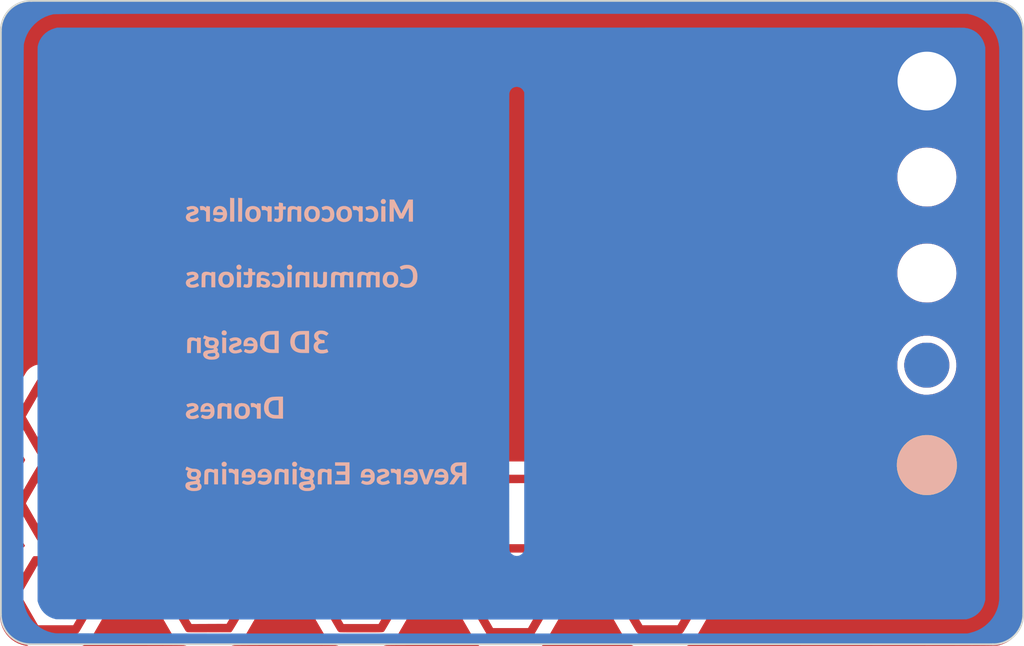
<source format=kicad_pcb>
(kicad_pcb (version 20221018) (generator pcbnew)
  (layers (0 "F.Cu" signal) (31 "B.Cu" signal) (34 "B.Paste" user) (35 "F.Paste" user) (36 "B.SilkS" user "B.Silkscreen") (37 "F.SilkS" user "F.Silkscreen") (38 "B.Mask" user) (39 "F.Mask" user) (44 "Edge.Cuts" user))
  (net 0 "")
  (footprint "Wire_Pads:SolderWirePad_single_0-8mmDrill" (layer "F.Cu") (at 181.296399 78.105388)
    (fp_text reference "" (at 0 0) (layer "F.SilkS") (effects (font (size 1.27 1.27))))
    (fp_text value "" (at 0 0) (layer "F.SilkS") (effects (font (size 1.27 1.27))))
    (pad "1" thru_hole circle (at 0 0) (size 4.918463 4.918463) (drill 4.918463) (layers "*.Cu" "*.Mask"))
  )
  (footprint "LOGO" (layer "F.Cu") (at 145.887799 95.402976)
    (fp_text reference "G***" hide)
    (fp_text value "LOGO" hide)
  )
  (footprint "LOGO" (layer "F.Cu") (at 145.887799 95.402976)
    (fp_text reference "G***" hide)
    (fp_text value "LOGO" hide)
  )
  (footprint "LOGO" (layer "F.Cu") (at 145.887799 95.402976)
    (fp_text reference "G***" hide)
    (fp_text value "LOGO" hide)
    (fp_poly (pts (xy 35.622887 4.635675) (xy 35.787126 4.657021) (xy 35.866917 4.674658) (xy 36.131078 4.766553) (xy 36.379271 4.895908) (xy 36.606798 5.05938) (xy 36.808961 5.253625) (xy 36.971478 5.461) (xy 37.099732 5.687149) (xy 37.194683 5.934436) (xy 37.255216 6.196509) (xy 37.28022 6.467016) (xy 37.268581 6.739603) (xy 37.232693 6.952477) (xy 37.163849 7.172119) (xy 37.059458 7.392152) (xy 36.925136 7.603092) (xy 36.766504 7.795457) (xy 36.685105 7.876793) (xy 36.46874 8.052306) (xy 36.233355 8.193182) (xy 35.984049 8.296738) (xy 35.788434 8.348824) (xy 35.6536 8.368013) (xy 35.494174 8.377888) (xy 35.325793 8.378487) (xy 35.164094 8.369847) (xy 35.024715 8.352005) (xy 34.999084 8.346952) (xy 34.752058 8.273546) (xy 34.512604 8.162503) (xy 34.287183 8.018505) (xy 34.082257 7.846234) (xy 33.904288 7.650371) (xy 33.772985 7.458611) (xy 33.676803 7.265236) (xy 33.600143 7.050957) (xy 33.545859 6.827805) (xy 33.516804 6.607811) (xy 33.515832 6.403006) (xy 33.517578 6.38175) (xy 33.56384 6.094997) (xy 33.647042 5.825399) (xy 33.764971 5.575618) (xy 33.915415 5.348315) (xy 34.096163 5.146153) (xy 34.305004 4.971795) (xy 34.539725 4.827901) (xy 34.798116 4.717134) (xy 34.935584 4.674981) (xy 35.082965 4.646461) (xy 35.256308 4.6304) (xy 35.441115 4.626803) (xy 35.622887 4.635675)) (stroke (width 0.01)) (fill solid) (layer "B.Cu"))
    (fp_poly (pts (xy 18.057473 -21.777564) (xy 19.263218 -21.777516) (xy 20.429791 -21.777442) (xy 21.557432 -21.77734) (xy 22.646386 -21.777212) (xy 23.696895 -21.777056) (xy 24.709203 -21.776873) (xy 25.683552 -21.776663) (xy 26.620186 -21.776425) (xy 27.519347 -21.776159) (xy 28.381278 -21.775866) (xy 29.206224 -21.775545) (xy 29.994426 -21.775196) (xy 30.746128 -21.77482) (xy 31.461572 -21.774415) (xy 32.141003 -21.773982) (xy 32.784662 -21.77352) (xy 33.392793 -21.77303) (xy 33.965639 -21.772512) (xy 34.503443 -21.771965) (xy 35.006449 -21.771389) (xy 35.474898 -21.770785) (xy 35.909034 -21.770151) (xy 36.309101 -21.769488) (xy 36.67534 -21.768797) (xy 37.007996 -21.768076) (xy 37.307312 -21.767325) (xy 37.573529 -21.766546) (xy 37.806892 -21.765736) (xy 38.007644 -21.764897) (xy 38.176027 -21.764029) (xy 38.312284 -21.76313) (xy 38.416659 -21.762201) (xy 38.489395 -21.761242) (xy 38.530734 -21.760254) (xy 38.539493 -21.759768) (xy 38.82814 -21.712576) (xy 39.098251 -21.628346) (xy 39.347486 -21.509077) (xy 39.573502 -21.35677) (xy 39.773957 -21.173423) (xy 39.94651 -20.961036) (xy 40.088818 -20.721608) (xy 40.19854 -20.457138) (xy 40.243264 -20.305212) (xy 40.29075 -20.118916) (xy 40.29075 26.172584) (xy 40.244442 26.346032) (xy 40.175499 26.569426) (xy 40.093754 26.763522) (xy 39.992821 26.940865) (xy 39.866314 27.114) (xy 39.832801 27.154697) (xy 39.655834 27.33445) (xy 39.447981 27.491948) (xy 39.216631 27.623026) (xy 38.969169 27.723517) (xy 38.712984 27.789259) (xy 38.704654 27.790754) (xy 38.682621 27.791753) (xy 38.6278 27.792725) (xy 38.53998 27.793671) (xy 38.418949 27.794592) (xy 38.264495 27.795486) (xy 38.076404 27.796355) (xy 37.854465 27.797198) (xy 37.598465 27.798015) (xy 37.308193 27.798807) (xy 36.983435 27.799574) (xy 36.623979 27.800316) (xy 36.229614 27.801032) (xy 35.800127 27.801724) (xy 35.335305 27.802391) (xy 34.834936 27.803033) (xy 34.298809 27.803651) (xy 33.726709 27.804244) (xy 33.118426 27.804813) (xy 32.473747 27.805357) (xy 31.79246 27.805878) (xy 31.074352 27.806374) (xy 30.319211 27.806847) (xy 29.526825 27.807295) (xy 28.696981 27.80772) (xy 27.829468 27.808122) (xy 26.924072 27.8085) (xy 25.980582 27.808855) (xy 24.998784 27.809186) (xy 23.978468 27.809495) (xy 22.91942 27.80978) (xy 21.821429 27.810043) (xy 20.684281 27.810282) (xy 19.507765 27.8105) (xy 18.291669 27.810694) (xy 17.035779 27.810866) (xy 15.739884 27.811016) (xy 14.403771 27.811144) (xy 13.027229 27.81125) (xy 11.610044 27.811334) (xy 10.152005 27.811395) (xy 8.652899 27.811436) (xy 7.112514 27.811454) (xy 5.530637 27.811451) (xy 3.907056 27.811427) (xy 2.24156 27.811381) (xy 0.594071 27.811317) (xy -0.962188 27.811245) (xy -2.47666 27.811167) (xy -3.94989 27.811083) (xy -5.382426 27.810993) (xy -6.774813 27.810896) (xy -8.127598 27.810792) (xy -9.441326 27.810681) (xy -10.716544 27.810561) (xy -11.953798 27.810432) (xy -13.153634 27.810295) (xy -14.316598 27.810148) (xy -15.443236 27.809991) (xy -16.534095 27.809824) (xy -17.589721 27.809646) (xy -18.61066 27.809457) (xy -19.597458 27.809256) (xy -20.55066 27.809043) (xy -21.470815 27.808817) (xy -22.358466 27.808579) (xy -23.214161 27.808327) (xy -24.038447 27.808061) (xy -24.831868 27.80778) (xy -25.594971 27.807485) (xy -26.328302 27.807175) (xy -27.032408 27.806849) (xy -27.707835 27.806506) (xy -28.355128 27.806147) (xy -28.974834 27.805771) (xy -29.567499 27.805378) (xy -30.133669 27.804966) (xy -30.673891 27.804537) (xy -31.18871 27.804088) (xy -31.678673 27.80362) (xy -32.144326 27.803132) (xy -32.586214 27.802625) (xy -33.004885 27.802096) (xy -33.400884 27.801547) (xy -33.774758 27.800976) (xy -34.127052 27.800383) (xy -34.458313 27.799767) (xy -34.769087 27.799129) (xy -35.05992 27.798467) (xy -35.331358 27.797782) (xy -35.583948 27.797072) (xy -35.818235 27.796338) (xy -36.034766 27.795579) (xy -36.234087 27.794794) (xy -36.416744 27.793983) (xy -36.583283 27.793146) (xy -36.73425 27.792282) (xy -36.870192 27.791391) (xy -36.991654 27.790471) (xy -37.099184 27.789524) (xy -37.193326 27.788548) (xy -37.274627 27.787543) (xy -37.343634 27.786508) (xy -37.400892 27.785443) (xy -37.446948 27.784348) (xy -37.482347 27.783222) (xy -37.507636 27.782064) (xy -37.523362 27.780875) (xy -37.5285 27.780132) (xy -37.806664 27.699908) (xy -38.062977 27.584079) (xy -38.295646 27.434317) (xy -38.502876 27.252299) (xy -38.682874 27.039696) (xy -38.833848 26.798185) (xy -38.954003 26.529439) (xy -38.993769 26.412325) (xy -39.041916 26.25725) (xy -39.048249 3.122084) (xy -39.048586 1.84808) (xy -39.048888 0.615909) (xy -39.049153 -0.574934) (xy -39.049382 -1.724949) (xy -39.049575 -2.834639) (xy -39.04973 -3.904506) (xy -39.049742 -4.012325) (xy 0.427082 -4.012325) (xy 0.427093 -3.073084) (xy 0.427156 -2.103343) (xy 0.427271 -1.103555) (xy 0.427437 -0.074177) (xy 0.427656 0.984336) (xy 0.427927 2.07153) (xy 0.428173 2.931584) (xy 0.428501 4.011848) (xy 0.428823 5.050594) (xy 0.429139 6.048639) (xy 0.429453 7.006799) (xy 0.429765 7.925889) (xy 0.430078 8.806725) (xy 0.430394 9.650123) (xy 0.430714 10.4569) (xy 0.431041 11.22787) (xy 0.431375 11.96385) (xy 0.431719 12.665656) (xy 0.432075 13.334104) (xy 0.432445 13.97001) (xy 0.43283 14.574189) (xy 0.433232 15.147458) (xy 0.433654 15.690632) (xy 0.434096 16.204527) (xy 0.434561 16.68996) (xy 0.435051 17.147746) (xy 0.435567 17.578701) (xy 0.436112 17.983641) (xy 0.436686 18.363382) (xy 0.437293 18.71874) (xy 0.437934 19.05053) (xy 0.43861 19.359569) (xy 0.439324 19.646673) (xy 0.440077 19.912657) (xy 0.440871 20.158338) (xy 0.441709 20.384531) (xy 0.442591 20.592053) (xy 0.44352 20.781718) (xy 0.444497 20.954344) (xy 0.445525 21.110745) (xy 0.446606 21.251739) (xy 0.44774 21.37814) (xy 0.44893 21.490765) (xy 0.450178 21.59043) (xy 0.451486 21.677951) (xy 0.452855 21.754143) (xy 0.454287 21.819822) (xy 0.455785 21.875805) (xy 0.457349 21.922907) (xy 0.458983 21.961944) (xy 0.460687 21.993732) (xy 0.462463 22.019088) (xy 0.464314 22.038826) (xy 0.466241 22.053763) (xy 0.468246 22.064715) (xy 0.470331 22.072498) (xy 0.471374 22.07538) (xy 0.548401 22.216858) (xy 0.652584 22.332226) (xy 0.777681 22.418914) (xy 0.917453 22.474354) (xy 1.065659 22.495978) (xy 1.21606 22.481217) (xy 1.346383 22.435553) (xy 1.478657 22.349095) (xy 1.589291 22.231486) (xy 1.652632 22.128118) (xy 1.703917 22.023917) (xy 1.703917 6.394553) (xy 32.919998 6.394553) (xy 32.926645 6.725805) (xy 32.97362 7.044197) (xy 33.06091 7.349688) (xy 33.188505 7.642236) (xy 33.356391 7.921801) (xy 33.374727 7.948095) (xy 33.560583 8.177417) (xy 33.776931 8.385252) (xy 34.017768 8.567796) (xy 34.277093 8.721246) (xy 34.548907 8.841797) (xy 34.827207 8.925645) (xy 34.95675 8.951003) (xy 35.039482 8.964427) (xy 35.112194 8.976353) (xy 35.157834 8.983979) (xy 35.220931 8.989104) (xy 35.315227 8.989832) (xy 35.429879 8.986749) (xy 35.554048 8.980441) (xy 35.676891 8.971493) (xy 35.787568 8.960492) (xy 35.875238 8.948023) (xy 35.89523 8.944127) (xy 36.207044 8.856535) (xy 36.501908 8.731693) (xy 36.776772 8.572015) (xy 37.028583 8.379913) (xy 37.25429 8.157802) (xy 37.450842 7.908095) (xy 37.615187 7.633205) (xy 37.654863 7.552379) (xy 37.769541 7.259639) (xy 37.844567 6.959375) (xy 37.880969 6.655261) (xy 37.879775 6.35097) (xy 37.842011 6.050177) (xy 37.768705 5.756556) (xy 37.660884 5.47378) (xy 37.519576 5.205524) (xy 37.345807 4.955461) (xy 37.140606 4.727266) (xy 36.904999 4.524612) (xy 36.78443 4.439482) (xy 36.639407 4.347516) (xy 36.511034 4.27598) (xy 36.384167 4.217353) (xy 36.243662 4.164115) (xy 36.199926 4.149187) (xy 35.888941 4.066511) (xy 35.575959 4.024664) (xy 35.264363 4.022486) (xy 34.957533 4.058814) (xy 34.65885 4.132489) (xy 34.371694 4.242348) (xy 34.099446 4.387231) (xy 33.845487 4.565977) (xy 33.613197 4.777424) (xy 33.405958 5.020411) (xy 33.323517 5.137113) (xy 33.164438 5.41162) (xy 33.045431 5.69764) (xy 32.965673 5.997734) (xy 32.924343 6.314465) (xy 32.919998 6.394553) (xy 1.703917 6.394553) (xy 1.703917 -1.063745) (xy 32.921289 -1.063745) (xy 32.960367 -0.752301) (xy 33.039785 -0.44523) (xy 33.159724 -0.1458) (xy 33.186646 -0.090955) (xy 33.346218 0.179084) (xy 33.539281 0.427434) (xy 33.761608 0.650436) (xy 34.008967 0.844432) (xy 34.277131 1.005765) (xy 34.56187 1.130777) (xy 34.624116 1.152318) (xy 34.852984 1.212434) (xy 35.104945 1.251854) (xy 35.365608 1.269551) (xy 35.620581 1.264499) (xy 35.837686 1.238888) (xy 36.146171 1.163921) (xy 36.438328 1.05155) (xy 36.711512 0.904435) (xy 36.963079 0.725232) (xy 37.190384 0.516601) (xy 37.390782 0.281199) (xy 37.561629 0.021683) (xy 37.700278 -0.259287) (xy 37.804087 -0.559054) (xy 37.856707 -0.790233) (xy 37.876961 -0.953871) (xy 37.885481 -1.141821) (xy 37.882697 -1.339763) (xy 37.869038 -1.533378) (xy 37.844935 -1.708348) (xy 37.826531 -1.794878) (xy 37.729587 -2.101462) (xy 37.599468 -2.385028) (xy 37.439181 -2.644348) (xy 37.251732 -2.878194) (xy 37.040128 -3.08534) (xy 36.807377 -3.264558) (xy 36.556485 -3.41462) (xy 36.29046 -3.534298) (xy 36.012307 -3.622365) (xy 35.725034 -3.677594) (xy 35.431649 -3.698756) (xy 35.135157 -3.684625) (xy 34.838565 -3.633973) (xy 34.544882 -3.545571) (xy 34.257112 -3.418194) (xy 34.086941 -3.321559) (xy 33.941946 -3.219838) (xy 33.787646 -3.090792) (xy 33.634384 -2.944591) (xy 33.492509 -2.791405) (xy 33.372366 -2.641403) (xy 33.324633 -2.572252) (xy 33.164738 -2.287933) (xy 33.044275 -1.991657) (xy 32.963424 -1.686689) (xy 32.922369 -1.376296) (xy 32.921289 -1.063745) (xy 1.703917 -1.063745) (xy 1.703917 -9.355128) (xy 32.919283 -9.355128) (xy 32.925127 -9.05574) (xy 32.967542 -8.758519) (xy 33.046524 -8.466815) (xy 33.16207 -8.183979) (xy 33.314178 -7.913363) (xy 33.502845 -7.658317) (xy 33.655395 -7.492109) (xy 33.8999 -7.27609) (xy 34.162634 -7.098218) (xy 34.4428 -6.958826) (xy 34.739598 -6.858244) (xy 35.05223 -6.796804) (xy 35.379898 -6.774838) (xy 35.382603 -6.774822) (xy 35.514578 -6.776927) (xy 35.648627 -6.783887) (xy 35.768556 -6.794649) (xy 35.83864 -6.804435) (xy 36.14585 -6.879026) (xy 36.438292 -6.991699) (xy 36.712895 -7.139852) (xy 36.966587 -7.320879) (xy 37.196294 -7.532179) (xy 37.398944 -7.771147) (xy 37.571466 -8.03518) (xy 37.710786 -8.321675) (xy 37.75026 -8.424333) (xy 37.829533 -8.70232) (xy 37.875504 -8.996709) (xy 37.888064 -9.29826) (xy 37.867101 -9.597733) (xy 37.812504 -9.885888) (xy 37.769636 -10.031626) (xy 37.650258 -10.324025) (xy 37.495779 -10.597479) (xy 37.309507 -10.848843) (xy 37.094748 -11.074972) (xy 36.85481 -11.272721) (xy 36.593001 -11.438944) (xy 36.312628 -11.570498) (xy 36.06574 -11.651762) (xy 35.743474 -11.717106) (xy 35.423213 -11.741027) (xy 35.107762 -11.724273) (xy 34.799922 -11.667588) (xy 34.502497 -11.571718) (xy 34.218287 -11.437411) (xy 33.950097 -11.265411) (xy 33.700727 -11.056465) (xy 33.652358 -11.009308) (xy 33.43872 -10.767288) (xy 33.261668 -10.50733) (xy 33.121202 -10.232784) (xy 33.017318 -9.947001) (xy 32.950012 -9.653332) (xy 32.919283 -9.355128) (xy 1.703917 -9.355128) (xy 1.703917 -16.35125) (xy 1.647537 -16.457083) (xy 1.550449 -16.59937) (xy 1.430279 -16.706922) (xy 1.28925 -16.778367) (xy 1.129586 -16.81233) (xy 1.068162 -16.815115) (xy 0.906833 -16.796467) (xy 0.763485 -16.741146) (xy 0.641515 -16.652225) (xy 0.544317 -16.532774) (xy 0.475289 -16.385862) (xy 0.442446 -16.249425) (xy 0.441287 -16.22061) (xy 0.440171 -16.149918) (xy 0.439098 -16.037802) (xy 0.438069 -15.884719) (xy 0.437083 -15.691122) (xy 0.436141 -15.457468) (xy 0.435244 -15.184211) (xy 0.434392 -14.871806) (xy 0.433584 -14.520709) (xy 0.432823 -14.131374) (xy 0.432107 -13.704257) (xy 0.431437 -13.239813) (xy 0.430813 -12.738496) (xy 0.430237 -12.200763) (xy 0.429707 -11.627067) (xy 0.429226 -11.017865) (xy 0.428792 -10.373611) (xy 0.428406 -9.69476) (xy 0.428068 -8.981767) (xy 0.42778 -8.235088) (xy 0.42754 -7.455178) (xy 0.427351 -6.642491) (xy 0.427211 -5.797484) (xy 0.427121 -4.92061) (xy 0.427082 -4.012325) (xy -39.049742 -4.012325) (xy -39.049849 -4.935051) (xy -39.049929 -5.926777) (xy -39.049971 -6.880186) (xy -39.049975 -7.79578) (xy -39.049939 -8.674061) (xy -39.049865 -9.51553) (xy -39.04975 -10.320691) (xy -39.049596 -11.090044) (xy -39.049401 -11.824092) (xy -39.049165 -12.523337) (xy -39.048888 -13.188281) (xy -39.048569 -13.819426) (xy -39.048209 -14.417274) (xy -39.047806 -14.982327) (xy -39.04736 -15.515086) (xy -39.046871 -16.016055) (xy -39.046339 -16.485735) (xy -39.045763 -16.924628) (xy -39.045143 -17.333235) (xy -39.044477 -17.71206) (xy -39.043767 -18.061604) (xy -39.043012 -18.382369) (xy -39.04221 -18.674857) (xy -39.041363 -18.93957) (xy -39.040469 -19.177011) (xy -39.039528 -19.38768) (xy -39.038539 -19.572081) (xy -39.037503 -19.730715) (xy -39.036419 -19.864083) (xy -39.035287 -19.97269) (xy -39.034105 -20.057035) (xy -39.032875 -20.117621) (xy -39.031595 -20.154951) (xy -39.030586 -20.168093) (xy -38.968213 -20.436741) (xy -38.868196 -20.689512) (xy -38.733187 -20.923514) (xy -38.565835 -21.135853) (xy -38.36879 -21.323637) (xy -38.144703 -21.483971) (xy -37.896223 -21.613963) (xy -37.626002 -21.71072) (xy -37.614645 -21.713895) (xy -37.412083 -21.769916) (xy 0.4445 -21.776079) (xy 2.139289 -21.776345) (xy 3.791987 -21.776586) (xy 5.402838 -21.776801) (xy 6.972084 -21.776991) (xy 8.49997 -21.777154) (xy 9.986737 -21.777291) (xy 11.43263 -21.777403) (xy 12.83789 -21.777488) (xy 14.202762 -21.777547) (xy 15.527487 -21.777579) (xy 16.81231 -21.777585) (xy 18.057473 -21.777564)) (stroke (width 0.01)) (fill solid) (layer "B.Cu"))
    (fp_poly (pts (xy -19.957675 -24.063322) (xy -18.929414 -24.063302) (xy -17.867014 -24.063266) (xy -16.769927 -24.063215) (xy -15.637602 -24.063149) (xy -14.469491 -24.06307) (xy -13.265044 -24.062976) (xy -12.023713 -24.062869) (xy -10.744948 -24.062748) (xy -9.4282 -24.062615) (xy -8.07292 -24.062469) (xy -6.678559 -24.062311) (xy -5.244567 -24.062141) (xy -3.770396 -24.06196) (xy -2.255496 -24.061768) (xy -0.699318 -24.061566) (xy 0.772584 -24.06137) (xy 41.37025 -24.055916) (xy 41.571334 -24.000068) (xy 41.895181 -23.889349) (xy 42.194516 -23.744638) (xy 42.467845 -23.567471) (xy 42.713678 -23.35938) (xy 42.930524 -23.1219) (xy 43.11689 -22.856566) (xy 43.271286 -22.564912) (xy 43.392219 -22.248472) (xy 43.440833 -22.076833) (xy 43.4861 -21.896916) (xy 43.492365 2.836334) (xy 43.492676 4.080045) (xy 43.492967 5.282123) (xy 43.493238 6.443268) (xy 43.493488 7.56418) (xy 43.493716 8.645559) (xy 43.493922 9.688104) (xy 43.494105 10.692516) (xy 43.494264 11.659494) (xy 43.494398 12.58974) (xy 43.494507 13.483952) (xy 43.494589 14.342831) (xy 43.494646 15.167077) (xy 43.494674 15.95739) (xy 43.494675 16.714469) (xy 43.494647 17.439016) (xy 43.494589 18.131729) (xy 43.4945 18.793309) (xy 43.494381 19.424456) (xy 43.49423 20.02587) (xy 43.494047 20.598251) (xy 43.493831 21.142299) (xy 43.49358 21.658713) (xy 43.493295 22.148195) (xy 43.492975 22.611444) (xy 43.492619 23.049159) (xy 43.492226 23.462042) (xy 43.491795 23.850792) (xy 43.491327 24.216108) (xy 43.490819 24.558692) (xy 43.490273 24.879243) (xy 43.489685 25.178461) (xy 43.489057 25.457046) (xy 43.488387 25.715698) (xy 43.487675 25.955117) (xy 43.486919 26.176003) (xy 43.48612 26.379056) (xy 43.485276 26.564977) (xy 43.484386 26.734465) (xy 43.483451 26.888219) (xy 43.482469 27.026941) (xy 43.48144 27.151331) (xy 43.480362 27.262087) (xy 43.479236 27.359911) (xy 43.47806 27.445501) (xy 43.476833 27.51956) (xy 43.475556 27.582785) (xy 43.474227 27.635878) (xy 43.472846 27.679537) (xy 43.471411 27.714465) (xy 43.469923 27.741359) (xy 43.46838 27.760921) (xy 43.466932 27.772915) (xy 43.409669 28.045408) (xy 43.323026 28.305715) (xy 43.209772 28.553834) (xy 43.110866 28.732887) (xy 43.007184 28.889369) (xy 42.889101 29.035969) (xy 42.746995 29.185376) (xy 42.686404 29.243905) (xy 42.44321 29.448663) (xy 42.181681 29.617883) (xy 41.897417 29.754018) (xy 41.586016 29.859521) (xy 41.577962 29.861755) (xy 41.37025 29.919084) (xy 0.751417 29.922492) (xy -0.86283 29.922624) (xy -2.435266 29.922746) (xy -3.966413 29.922856) (xy -5.456793 29.922954) (xy -6.906929 29.923041) (xy -8.317342 29.923116) (xy -9.688556 29.923178) (xy -11.021092 29.923228) (xy -12.315472 29.923265) (xy -13.572219 29.923288) (xy -14.791855 29.923297) (xy -15.974902 29.923293) (xy -17.121882 29.923274) (xy -18.233319 29.92324) (xy -19.309732 29.923192) (xy -20.351646 29.923128) (xy -21.359583 29.923048) (xy -22.334063 29.922952) (xy -23.275611 29.92284) (xy -24.184747 29.922712) (xy -25.061995 29.922566) (xy -25.907876 29.922403) (xy -26.722913 29.922223) (xy -27.507628 29.922024) (xy -28.262542 29.921807) (xy -28.988179 29.921572) (xy -29.685061 29.921317) (xy -30.353709 29.921044) (xy -30.994646 29.920751) (xy -31.608395 29.920437) (xy -32.195477 29.920104) (xy -32.756415 29.91975) (xy -33.29173 29.919375) (xy -33.801946 29.918979) (xy -34.287584 29.918561) (xy -34.749167 29.918122) (xy -35.187216 29.91766) (xy -35.602255 29.917176) (xy -35.994804 29.916669) (xy -36.365388 29.916139) (xy -36.714526 29.915585) (xy -37.042743 29.915007) (xy -37.35056 29.914405) (xy -37.6385 29.913779) (xy -37.907084 29.913128) (xy -38.156835 29.912452) (xy -38.388275 29.91175) (xy -38.601926 29.911023) (xy -38.798311 29.910269) (xy -38.977951 29.909489) (xy -39.14137 29.908682) (xy -39.289088 29.907848) (xy -39.421629 29.906987) (xy -39.539515 29.906098) (xy -39.643268 29.90518) (xy -39.73341 29.904235) (xy -39.810463 29.90326) (xy -39.874949 29.902257) (xy -39.927392 29.901224) (xy -39.968312 29.900162) (xy -39.998233 29.899069) (xy -40.017676 29.897946) (xy -40.026166 29.897003) (xy -40.335013 29.81968) (xy -40.630028 29.704134) (xy -40.907777 29.553176) (xy -41.164831 29.369617) (xy -41.397757 29.156269) (xy -41.603125 28.915944) (xy -41.777502 28.651454) (xy -41.917457 28.36561) (xy -41.928514 28.33826) (xy -42.016253 28.077271) (xy -42.075526 27.803925) (xy -42.100467 27.611917) (xy -42.101727 27.585905) (xy -42.10294 27.533296) (xy -42.104107 27.45368) (xy -42.105227 27.346643) (xy -42.1063 27.211776) (xy -42.107328 27.048667) (xy -42.10831 26.856904) (xy -42.109246 26.636077) (xy -42.110137 26.385774) (xy -42.110984 26.105584) (xy -42.111785 25.795096) (xy -42.112542 25.453899) (xy -42.113255 25.08158) (xy -42.113925 24.67773) (xy -42.11455 24.241936) (xy -42.115133 23.773788) (xy -42.115672 23.272874) (xy -42.116169 22.738783) (xy -42.116623 22.171104) (xy -42.117036 21.569425) (xy -42.117406 20.933335) (xy -42.117735 20.262424) (xy -42.118022 19.556279) (xy -42.118268 18.81449) (xy -42.118473 18.036645) (xy -42.118638 17.222333) (xy -42.118763 16.371142) (xy -42.118848 15.482662) (xy -42.118893 14.556482) (xy -42.118899 13.592189) (xy -42.118865 12.589373) (xy -42.118793 11.547623) (xy -42.118682 10.466526) (xy -42.118533 9.345673) (xy -42.118345 8.184652) (xy -42.11812 6.983051) (xy -42.117858 5.740459) (xy -42.117558 4.456465) (xy -42.117222 3.130658) (xy -42.117126 2.772834) (xy -42.1171 2.675323) (xy -40.22725 2.675323) (xy -40.22725 26.299584) (xy -40.17949 26.515238) (xy -40.080507 26.869767) (xy -39.946189 27.204175) (xy -39.778688 27.516464) (xy -39.580161 27.804633) (xy -39.35276 28.066683) (xy -39.098641 28.300617) (xy -38.819957 28.504433) (xy -38.518864 28.676133) (xy -38.197514 28.813719) (xy -37.858063 28.91519) (xy -37.5285 28.975332) (xy -37.502838 28.975921) (xy -37.435514 28.9765) (xy -37.327199 28.977071) (xy -37.178564 28.977634) (xy -36.99028 28.978187) (xy -36.763019 28.97873) (xy -36.497452 28.979264) (xy -36.194249 28.979788) (xy -35.854082 28.980302) (xy -35.477622 28.980806) (xy -35.065541 28.981299) (xy -34.618508 28.981781) (xy -34.137197 28.982252) (xy -33.622277 28.982711) (xy -33.07442 28.983159) (xy -32.494296 28.983595) (xy -31.882578 28.984019) (xy -31.239937 28.98443) (xy -30.567043 28.984829) (xy -29.864567 28.985215) (xy -29.133181 28.985587) (xy -28.373556 28.985946) (xy -27.586364 28.986292) (xy -26.772274 28.986624) (xy -25.931959 28.986941) (xy -25.066089 28.987244) (xy -24.175337 28.987533) (xy -23.260372 28.987806) (xy -22.321866 28.988064) (xy -21.36049 28.988307) (xy -20.376916 28.988535) (xy -19.371814 28.988746) (xy -18.345855 28.988941) (xy -17.299712 28.98912) (xy -16.234054 28.989282) (xy -15.149554 28.989427) (xy -14.046882 28.989555) (xy -12.926709 28.989666) (xy -11.789707 28.989759) (xy -10.636547 28.989834) (xy -9.467899 28.98989) (xy -8.284436 28.989929) (xy -7.086828 28.989948) (xy -5.875746 28.989949) (xy -4.651861 28.989931) (xy -3.415846 28.989893) (xy -2.16837 28.989835) (xy -0.910105 28.989758) (xy 0.358278 28.98966) (xy 0.709084 28.98963) (xy 38.809084 28.986241) (xy 39.004895 28.939887) (xy 39.361221 28.837898) (xy 39.688639 28.706788) (xy 39.990625 28.544703) (xy 40.270654 28.349791) (xy 40.520678 28.131398) (xy 40.726099 27.916524) (xy 40.899133 27.698545) (xy 41.04878 27.465463) (xy 41.123922 27.32737) (xy 41.24844 27.061077) (xy 41.342232 26.801874) (xy 41.408905 26.536807) (xy 41.452069 26.252923) (xy 41.466009 26.099229) (xy 41.466993 26.064641) (xy 41.467952 25.988798) (xy 41.468885 25.872758) (xy 41.469793 25.717582) (xy 41.470676 25.524326) (xy 41.471534 25.29405) (xy 41.472367 25.027812) (xy 41.473174 24.726671) (xy 41.473957 24.391685) (xy 41.474714 24.023914) (xy 41.475446 23.624415) (xy 41.476154 23.194247) (xy 41.476836 22.734469) (xy 41.477493 22.24614) (xy 41.478125 21.730317) (xy 41.478731 21.18806) (xy 41.479313 20.620428) (xy 41.47987 20.028478) (xy 41.480402 19.413269) (xy 41.480908 18.775861) (xy 41.48139 18.117311) (xy 41.481846 17.438678) (xy 41.482278 16.741021) (xy 41.482684 16.025399) (xy 41.483066 15.292869) (xy 41.483422 14.544491) (xy 41.483753 13.781323) (xy 41.48406 13.004424) (xy 41.484341 12.214852) (xy 41.484598 11.413666) (xy 41.484829 10.601925) (xy 41.485036 9.780686) (xy 41.485217 8.95101) (xy 41.485374 8.113954) (xy 41.485505 7.270576) (xy 41.485612 6.421937) (xy 41.485694 5.569093) (xy 41.485751 4.713104) (xy 41.485782 3.855029) (xy 41.485789 2.995925) (xy 41.485771 2.136852) (xy 41.485728 1.278868) (xy 41.485661 0.423031) (xy 41.485568 -0.429599) (xy 41.48545 -1.277964) (xy 41.485308 -2.121006) (xy 41.48514 -2.957666) (xy 41.484948 -3.786885) (xy 41.484731 -4.607605) (xy 41.484489 -5.418767) (xy 41.484222 -6.219312) (xy 41.48393 -7.008183) (xy 41.483614 -7.78432) (xy 41.483272 -8.546664) (xy 41.482906 -9.294158) (xy 41.482515 -10.025743) (xy 41.482099 -10.740359) (xy 41.481659 -11.436949) (xy 41.481193 -12.114453) (xy 41.480703 -12.771814) (xy 41.480188 -13.407972) (xy 41.479648 -14.02187) (xy 41.479083 -14.612447) (xy 41.478494 -15.178647) (xy 41.47788 -15.71941) (xy 41.477241 -16.233677) (xy 41.476577 -16.72039) (xy 41.475889 -17.178491) (xy 41.475175 -17.606921) (xy 41.474437 -18.004621) (xy 41.473675 -18.370532) (xy 41.472887 -18.703597) (xy 41.472075 -19.002756) (xy 41.471238 -19.266951) (xy 41.470377 -19.495123) (xy 41.469491 -19.686213) (xy 41.46858 -19.839164) (xy 41.467644 -19.952917) (xy 41.466684 -20.026412) (xy 41.465737 -20.058127) (xy 41.420074 -20.419048) (xy 41.340339 -20.757139) (xy 41.225219 -21.076387) (xy 41.073396 -21.380781) (xy 40.977838 -21.537083) (xy 40.762131 -21.830572) (xy 40.517998 -22.093033) (xy 40.24676 -22.32356) (xy 39.949736 -22.521245) (xy 39.628247 -22.685183) (xy 39.283613 -22.814466) (xy 39.010444 -22.888209) (xy 38.809084 -22.934083) (xy 0.624417 -22.934083) (xy -0.91289 -22.934082) (xy -2.40844 -22.934079) (xy -3.862811 -22.934073) (xy -5.27658 -22.934064) (xy -6.650324 -22.934051) (xy -7.98462 -22.934033) (xy -9.280044 -22.93401) (xy -10.537175 -22.933981) (xy -11.756589 -22.933946) (xy -12.938863 -22.933904) (xy -14.084573 -22.933855) (xy -15.194299 -22.933798) (xy -16.268615 -22.933732) (xy -17.3081 -22.933657) (xy -18.31333 -22.933572) (xy -19.284882 -22.933477) (xy -20.223334 -22.933371) (xy -21.129262 -22.933254) (xy -22.003244 -22.933125) (xy -22.845856 -22.932983) (xy -23.657676 -22.932827) (xy -24.43928 -22.932658) (xy -25.191247 -22.932475) (xy -25.914152 -22.932276) (xy -26.608573 -22.932062) (xy -27.275086 -22.931832) (xy -27.91427 -22.931586) (xy -28.5267 -22.931322) (xy -29.112955 -22.93104) (xy -29.67361 -22.93074) (xy -30.209244 -22.93042) (xy -30.720433 -22.930082) (xy -31.207754 -22.929723) (xy -31.671784 -22.929343) (xy -32.1131 -22.928942) (xy -32.53228 -22.928519) (xy -32.9299 -22.928074) (xy -33.306538 -22.927606) (xy -33.66277 -22.927114) (xy -33.999173 -22.926597) (xy -34.316325 -22.926057) (xy -34.614803 -22.92549) (xy -34.895184 -22.924898) (xy -35.158044 -22.924279) (xy -35.40396 -22.923634) (xy -35.633511 -22.92296) (xy -35.847272 -22.922258) (xy -36.045822 -22.921528) (xy -36.229736 -22.920768) (xy -36.399592 -22.919978) (xy -36.555967 -22.919158) (xy -36.699439 -22.918306) (xy -36.830583 -22.917423) (xy -36.949978 -22.916507) (xy -37.0582 -22.915559) (xy -37.155826 -22.914577) (xy -37.243433 -22.913561) (xy -37.321599 -22.91251) (xy -37.3909 -22.911425) (xy -37.451914 -22.910303) (xy -37.505217 -22.909146) (xy -37.551387 -22.907951) (xy -37.591 -22.906719) (xy -37.624634 -22.905448) (xy -37.652866 -22.90414) (xy -37.676272 -22.902791) (xy -37.69543 -22.901403) (xy -37.710917 -22.899975) (xy -37.72331 -22.898506) (xy -37.733186 -22.896995) (xy -37.740166 -22.895649) (xy -38.096679 -22.800008) (xy -38.42888 -22.670143) (xy -38.738851 -22.504926) (xy -39.028671 -22.303231) (xy -39.300424 -22.063933) (xy -39.32845 -22.036122) (xy -39.566648 -21.771716) (xy -39.767074 -21.49321) (xy -39.931805 -21.196691) (xy -40.062917 -20.878244) (xy -40.162486 -20.533956) (xy -40.188678 -20.414482) (xy -40.19066 -20.403786) (xy -40.192573 -20.391045) (xy -40.194419 -20.375519) (xy -40.196197 -20.356464) (xy -40.197911 -20.33314) (xy -40.19956 -20.304803) (xy -40.201146 -20.270712) (xy -40.202671 -20.230125) (xy -40.204136 -20.1823) (xy -40.205541 -20.126495) (xy -40.206888 -20.061968) (xy -40.208178 -19.987978) (xy -40.209413 -19.903781) (xy -40.210593 -19.808636) (xy -40.21172 -19.701801) (xy -40.212795 -19.582535) (xy -40.21382 -19.450094) (xy -40.214795 -19.303738) (xy -40.215722 -19.142723) (xy -40.216602 -18.966309) (xy -40.217436 -18.773753) (xy -40.218225 -18.564313) (xy -40.218971 -18.337247) (xy -40.219675 -18.091814) (xy -40.220338 -17.827271) (xy -40.220962 -17.542875) (xy -40.221546 -17.237887) (xy -40.222094 -16.911562) (xy -40.222605 -16.56316) (xy -40.223082 -16.191938) (xy -40.223525 -15.797154) (xy -40.223936 -15.378067) (xy -40.224315 -14.933934) (xy -40.224665 -14.464013) (xy -40.224986 -13.967563) (xy -40.225279 -13.443841) (xy -40.225546 -12.892105) (xy -40.225788 -12.311614) (xy -40.226006 -11.701625) (xy -40.226202 -11.061397) (xy -40.226376 -10.390187) (xy -40.22653 -9.687254) (xy -40.226665 -8.951855) (xy -40.226782 -8.183249) (xy -40.226883 -7.380693) (xy -40.226968 -6.543446) (xy -40.227039 -5.670765) (xy -40.227098 -4.761909) (xy -40.227145 -3.816135) (xy -40.227181 -2.832703) (xy -40.227208 -1.810868) (xy -40.227228 -0.74989) (xy -40.22724 0.350973) (xy -40.227247 1.492463) (xy -40.22725 2.675323) (xy -42.1171 2.675323) (xy -42.110519 -21.833416) (xy -42.061917 -22.045083) (xy -41.967463 -22.367012) (xy -41.837908 -22.667968) (xy -41.675474 -22.945805) (xy -41.482379 -23.198375) (xy -41.260846 -23.423531) (xy -41.013095 -23.619126) (xy -40.741347 -23.783013) (xy -40.447822 -23.913043) (xy -40.13474 -24.00707) (xy -40.005 -24.034033) (xy -39.995231 -24.035321) (xy -39.979878 -24.036574) (xy -39.958394 -24.037793) (xy -39.930228 -24.038978) (xy -39.894832 -24.04013) (xy -39.851656 -24.041249) (xy -39.800152 -24.042334) (xy -39.739769 -24.043388) (xy -39.66996 -24.04441) (xy -39.590174 -24.0454) (xy -39.499863 -24.046358) (xy -39.398477 -24.047286) (xy -39.285467 -24.048184) (xy -39.160285 -24.049051) (xy -39.022381 -24.049889) (xy -38.871205 -24.050697) (xy -38.70621 -24.051476) (xy -38.526845 -24.052226) (xy -38.332561 -24.052949) (xy -38.122809 -24.053643) (xy -37.897041 -24.05431) (xy -37.654707 -24.054949) (xy -37.395257 -24.055562) (xy -37.118143 -24.056148) (xy -36.822816 -24.056708) (xy -36.508726 -24.057243) (xy -36.175324 -24.057752) (xy -35.822061 -24.058236) (xy -35.448388 -24.058696) (xy -35.053756 -24.059131) (xy -34.637615 -24.059543) (xy -34.199417 -24.059931) (xy -33.738612 -24.060295) (xy -33.254651 -24.060638) (xy -32.746986 -24.060957) (xy -32.215066 -24.061255) (xy -31.658343 -24.061531) (xy -31.076267 -24.061786) (xy -30.46829 -24.062019) (xy -29.833862 -24.062233) (xy -29.172434 -24.062426) (xy -28.483457 -24.062599) (xy -27.766382 -24.062753) (xy -27.020659 -24.062887) (xy -26.24574 -24.063003) (xy -25.441075 -24.063101) (xy -24.606115 -24.063181) (xy -23.740312 -24.063243) (xy -22.843115 -24.063288) (xy -21.913976 -24.063316) (xy -20.952346 -24.063327) (xy -19.957675 -24.063322)) (stroke (width 0.01)) (fill solid) (layer "B.Cu"))
  )
  (footprint "LOGO" (layer "F.Cu") (at 145.887799 95.402976)
    (fp_text reference "G***" hide)
    (fp_text value "LOGO" hide)
    (fp_poly (pts (xy -41.3385 27.93559) (xy -41.204873 28.167036) (xy -41.075334 28.390674) (xy -40.951725 28.603368) (xy -40.835888 28.801979) (xy -40.729667 28.98337) (xy -40.634904 29.144403) (xy -40.553442 29.28194) (xy -40.487122 29.392844) (xy -40.437789 29.473977) (xy -40.407284 29.522201) (xy -40.40337 29.527957) (xy -40.254068 29.705192) (xy -40.068332 29.861665) (xy -39.952083 29.937911) (xy -39.825083 30.014225) (xy -39.90975 30.011397) (xy -39.97963 30.007152) (xy -40.040499 30.000431) (xy -40.047333 29.99932) (xy -40.366645 29.922984) (xy -40.668224 29.81008) (xy -40.949645 29.663121) (xy -41.208485 29.484618) (xy -41.442321 29.277082) (xy -41.648728 29.043025) (xy -41.825282 28.784959) (xy -41.969561 28.505395) (xy -42.079139 28.206844) (xy -42.151595 27.891818) (xy -42.164288 27.805723) (xy -42.170414 27.734726) (xy -42.175362 27.628946) (xy -42.178967 27.49592) (xy -42.181062 27.343186) (xy -42.181483 27.178282) (xy -42.180687 27.059093) (xy -42.174583 26.485103) (xy -41.3385 27.93559)) (stroke (width 0.01)) (fill solid) (layer "F.Cu"))
    (fp_poly (pts (xy 8.625417 26.839898) (xy 9.387417 28.162473) (xy 9.526139 28.402449) (xy 9.657789 28.628627) (xy 9.780717 28.83825) (xy 9.89327 29.028558) (xy 9.993797 29.196793) (xy 10.080647 29.340198) (xy 10.152167 29.456014) (xy 10.206707 29.541483) (xy 10.242614 29.593847) (xy 10.25051 29.603885) (xy 10.409618 29.767669) (xy 10.582982 29.898857) (xy 10.688278 29.960389) (xy 10.82675 30.034273) (xy 6.998893 30.034886) (xy 3.171036 30.0355) (xy 3.30531 29.890211) (xy 3.334227 29.857032) (xy 3.366387 29.815975) (xy 3.403381 29.76443) (xy 3.4468 29.69979) (xy 3.498236 29.619447) (xy 3.55928 29.520792) (xy 3.631523 29.401217) (xy 3.716556 29.258113) (xy 3.815971 29.088873) (xy 3.931359 28.890889) (xy 4.064311 28.661551) (xy 4.216418 28.398253) (xy 4.231851 28.371503) (xy 4.360696 28.148228) (xy 4.484341 27.934123) (xy 4.601013 27.732247) (xy 4.70894 27.545661) (xy 4.806348 27.377424) (xy 4.891465 27.230596) (xy 4.962519 27.108238) (xy 5.017737 27.01341) (xy 5.055345 26.94917) (xy 5.073491 26.918709) (xy 5.122865 26.839334) (xy 8.625417 26.839898)) (stroke (width 0.01)) (fill solid) (layer "F.Cu"))
    (fp_poly (pts (xy -28.521362 27.786542) (xy -28.385843 28.021241) (xy -28.254634 28.247815) (xy -28.129519 28.46322) (xy -28.012285 28.664414) (xy -27.904716 28.848353) (xy -27.808597 29.011993) (xy -27.725714 29.15229) (xy -27.657852 29.266202) (xy -27.606795 29.350685) (xy -27.574329 29.402695) (xy -27.567045 29.413585) (xy -27.417726 29.590682) (xy -27.237832 29.743527) (xy -27.03404 29.867982) (xy -26.813023 29.959912) (xy -26.601472 30.011995) (xy -26.610127 30.014009) (xy -26.6597 30.015955) (xy -26.748771 30.017828) (xy -26.875925 30.019621) (xy -27.039745 30.021326) (xy -27.238814 30.022937) (xy -27.471714 30.024447) (xy -27.73703 30.02585) (xy -28.033344 30.027139) (xy -28.359238 30.028307) (xy -28.713297 30.029347) (xy -29.094104 30.030252) (xy -29.50024 30.031017) (xy -29.930291 30.031634) (xy -30.382838 30.032096) (xy -30.856465 30.032396) (xy -30.89275 30.032412) (xy -35.295416 30.034273) (xy -35.14725 29.956481) (xy -35.023443 29.87813) (xy -34.890189 29.767224) (xy -34.817911 29.697803) (xy -34.636739 29.516917) (xy -33.746437 27.97175) (xy -33.61025 27.735297) (xy -33.479591 27.508261) (xy -33.356085 27.293475) (xy -33.241358 27.093776) (xy -33.137035 26.911998) (xy -33.044741 26.750976) (xy -32.966102 26.613544) (xy -32.902743 26.502538) (xy -32.856289 26.420793) (xy -32.828365 26.371144) (xy -32.821107 26.357792) (xy -32.786079 26.289) (xy -29.38481 26.289) (xy -28.521362 27.786542)) (stroke (width 0.01)) (fill solid) (layer "F.Cu"))
    (fp_poly (pts (xy 35.593165 4.634762) (xy 35.75738 4.652367) (xy 35.907476 4.685422) (xy 36.057037 4.736964) (xy 36.219644 4.810032) (xy 36.229343 4.814789) (xy 36.475185 4.958566) (xy 36.692564 5.132909) (xy 36.8796 5.335437) (xy 37.034414 5.563769) (xy 37.155124 5.815525) (xy 37.23985 6.088324) (xy 37.241817 6.096812) (xy 37.263808 6.23285) (xy 37.275539 6.394367) (xy 37.276961 6.565758) (xy 37.268026 6.731419) (xy 37.248684 6.875745) (xy 37.244316 6.89723) (xy 37.166013 7.160698) (xy 37.049111 7.411091) (xy 36.896622 7.643137) (xy 36.711555 7.851562) (xy 36.685105 7.876793) (xy 36.46874 8.052306) (xy 36.233355 8.193182) (xy 35.984049 8.296738) (xy 35.788434 8.348824) (xy 35.6536 8.368014) (xy 35.494183 8.377889) (xy 35.325817 8.378487) (xy 35.164134 8.369845) (xy 35.024768 8.352002) (xy 34.999084 8.346937) (xy 34.750726 8.274141) (xy 34.50108 8.162225) (xy 34.427584 8.121796) (xy 34.321169 8.049852) (xy 34.201903 7.951489) (xy 34.07932 7.836218) (xy 33.962957 7.71355) (xy 33.862348 7.592996) (xy 33.78703 7.484066) (xy 33.785379 7.481277) (xy 33.65932 7.228271) (xy 33.571737 6.964603) (xy 33.523619 6.694889) (xy 33.515955 6.423742) (xy 33.528412 6.282736) (xy 33.584926 6.001141) (xy 33.678117 5.737934) (xy 33.806156 5.495712) (xy 33.967215 5.277074) (xy 34.159467 5.084618) (xy 34.381083 4.920943) (xy 34.554584 4.82396) (xy 34.722424 4.746912) (xy 34.8731 4.692172) (xy 35.020577 4.656534) (xy 35.178818 4.636791) (xy 35.361787 4.629739) (xy 35.40125 4.629569) (xy 35.593165 4.634762)) (stroke (width 0.01)) (fill solid) (layer "F.Cu"))
    (fp_poly (pts (xy -7.470389 26.725405) (xy -7.407025 26.725841) (xy -7.307769 26.72633) (xy -7.175839 26.726863) (xy -7.014458 26.727428) (xy -6.826844 26.728016) (xy -6.616219 26.728616) (xy -6.385802 26.729218) (xy -6.138813 26.729811) (xy -5.878473 26.730384) (xy -5.773208 26.730602) (xy -4.074583 26.734054) (xy -3.20675 28.237899) (xy -3.044747 28.518327) (xy -2.902177 28.764392) (xy -2.777556 28.978538) (xy -2.669402 29.163209) (xy -2.57623 29.320848) (xy -2.496559 29.453899) (xy -2.428905 29.564805) (xy -2.371786 29.656009) (xy -2.323717 29.729956) (xy -2.283217 29.789089) (xy -2.248803 29.835851) (xy -2.218991 29.872685) (xy -2.20491 29.888622) (xy -2.070904 30.0355) (xy -6.120744 30.03359) (xy -6.613816 30.033322) (xy -7.066121 30.032997) (xy -7.479223 30.032601) (xy -7.854689 30.032123) (xy -8.194084 30.031551) (xy -8.498973 30.030873) (xy -8.770923 30.030077) (xy -9.011499 30.029151) (xy -9.222266 30.028083) (xy -9.404789 30.026862) (xy -9.560636 30.025474) (xy -9.69137 30.023909) (xy -9.798558 30.022155) (xy -9.883766 30.020198) (xy -9.948558 30.018028) (xy -9.994501 30.015633) (xy -10.023159 30.013) (xy -10.0361 30.010118) (xy -10.034887 30.006974) (xy -10.022416 30.003803) (xy -9.793379 29.94437) (xy -9.589152 29.854995) (xy -9.400633 29.731075) (xy -9.28138 29.629051) (xy -9.204607 29.552636) (xy -9.131212 29.471495) (xy -9.073066 29.399036) (xy -9.0562 29.374656) (xy -9.033729 29.337854) (xy -8.992045 29.267675) (xy -8.933071 29.167419) (xy -8.858731 29.040387) (xy -8.770949 28.88988) (xy -8.671649 28.719199) (xy -8.562755 28.531645) (xy -8.446189 28.330519) (xy -8.323876 28.119123) (xy -8.251348 27.993606) (xy -8.128405 27.781326) (xy -8.011274 27.580213) (xy -7.901713 27.393218) (xy -7.801483 27.223287) (xy -7.712341 27.073371) (xy -7.636046 26.946418) (xy -7.574358 26.845376) (xy -7.529035 26.773194) (xy -7.501836 26.732821) (xy -7.494639 26.725034) (xy -7.470389 26.725405)) (stroke (width 0.01)) (fill solid) (layer "F.Cu"))
    (fp_poly (pts (xy -20.044833 26.509255) (xy -20.012512 26.511135) (xy -19.941178 26.512931) (xy -19.834152 26.514621) (xy -19.694756 26.516182) (xy -19.526309 26.51759) (xy -19.332134 26.518824) (xy -19.115549 26.51986) (xy -18.879877 26.520676) (xy -18.628438 26.521249) (xy -18.364553 26.521556) (xy -18.245252 26.521601) (xy -16.519753 26.521834) (xy -15.717697 27.913542) (xy -15.587397 28.139244) (xy -15.461616 28.356368) (xy -15.342183 28.561799) (xy -15.230933 28.752418) (xy -15.129696 28.925109) (xy -15.040305 29.076755) (xy -14.964592 29.204239) (xy -14.90439 29.304445) (xy -14.86153 29.374254) (xy -14.837844 29.41055) (xy -14.837452 29.411084) (xy -14.669746 29.604078) (xy -14.477734 29.763038) (xy -14.263667 29.886547) (xy -14.029797 29.973185) (xy -13.895916 30.004168) (xy -13.884325 30.007338) (xy -13.88602 30.010263) (xy -13.902463 30.012951) (xy -13.935116 30.015413) (xy -13.985439 30.017656) (xy -14.054894 30.01969) (xy -14.144941 30.021523) (xy -14.257041 30.023164) (xy -14.392657 30.024622) (xy -14.553249 30.025907) (xy -14.740277 30.027027) (xy -14.955204 30.02799) (xy -15.19949 30.028806) (xy -15.474597 30.029485) (xy -15.781985 30.030033) (xy -16.123116 30.030461) (xy -16.49945 30.030778) (xy -16.91245 30.030992) (xy -17.363575 30.031112) (xy -17.854287 30.031148) (xy -18.31975 30.031115) (xy -18.802083 30.030972) (xy -19.263894 30.030666) (xy -19.703766 30.030205) (xy -20.120285 30.029595) (xy -20.512035 30.028841) (xy -20.8776 30.027949) (xy -21.215566 30.026926) (xy -21.524517 30.025778) (xy -21.803037 30.02451) (xy -22.049712 30.02313) (xy -22.263125 30.021642) (xy -22.441862 30.020053) (xy -22.584507 30.018369) (xy -22.689645 30.016596) (xy -22.75586 30.01474) (xy -22.781737 30.012808) (xy -22.780361 30.011995) (xy -22.549751 29.953539) (xy -22.33021 29.858873) (xy -22.12844 29.73215) (xy -21.95114 29.577524) (xy -21.814969 29.413585) (xy -21.789813 29.374421) (xy -21.745465 29.301715) (xy -21.683793 29.19865) (xy -21.606662 29.068407) (xy -21.515941 28.914169) (xy -21.413495 28.739119) (xy -21.301191 28.546438) (xy -21.180897 28.339309) (xy -21.054478 28.120915) (xy -20.923802 27.894436) (xy -20.921599 27.890613) (xy -20.118916 26.497142) (xy -20.044833 26.509255)) (stroke (width 0.01)) (fill solid) (layer "F.Cu"))
    (fp_poly (pts (xy 2.435814 22.777961) (xy 2.455361 22.798298) (xy 2.484964 22.837683) (xy 2.525704 22.897903) (xy 2.57866 22.980746) (xy 2.644912 23.087998) (xy 2.725542 23.221447) (xy 2.821628 23.38288) (xy 2.934252 23.574084) (xy 3.064493 23.796846) (xy 3.213431 24.052953) (xy 3.376084 24.333711) (xy 4.243917 25.833917) (xy 4.243362 25.9715) (xy 4.242807 26.109084) (xy 3.3787 27.601334) (xy 3.244751 27.832506) (xy 3.116569 28.053442) (xy 2.995783 28.261348) (xy 2.884023 28.453433) (xy 2.782918 28.626906) (xy 2.694097 28.778975) (xy 2.619191 28.906847) (xy 2.559829 29.007732) (xy 2.517641 29.078837) (xy 2.494255 29.11737) (xy 2.490255 29.123396) (xy 2.456414 29.15049) (xy 2.401297 29.182105) (xy 2.38125 29.191723) (xy 2.364189 29.198635) (xy 2.343535 29.20467) (xy 2.31647 29.209887) (xy 2.280179 29.214344) (xy 2.231843 29.218102) (xy 2.168646 29.22122) (xy 2.087771 29.223756) (xy 1.986401 29.225771) (xy 1.861719 29.227322) (xy 1.710909 29.228471) (xy 1.531153 29.229275) (xy 1.319634 29.229794) (xy 1.073535 29.230088) (xy 0.790041 29.230215) (xy 0.550334 29.230237) (xy 0.236839 29.230196) (xy -0.03714 29.230033) (xy -0.274419 29.229689) (xy -0.477816 29.229105) (xy -0.650147 29.228221) (xy -0.794229 29.226978) (xy -0.91288 29.225317) (xy -1.008916 29.223179) (xy -1.085154 29.220505) (xy -1.144411 29.217234) (xy -1.189505 29.213309) (xy -1.223251 29.208669) (xy -1.248467 29.203255) (xy -1.26797 29.197009) (xy -1.280583 29.191723) (xy -1.33867 29.161131) (xy -1.381374 29.131281) (xy -1.389135 29.123396) (xy -1.403414 29.100537) (xy -1.436827 29.044351) (xy -1.487421 28.958221) (xy -1.553244 28.845529) (xy -1.632343 28.709656) (xy -1.722766 28.553985) (xy -1.82256 28.381898) (xy -1.929774 28.196776) (xy -2.042454 28.002001) (xy -2.158647 27.800956) (xy -2.276403 27.597023) (xy -2.393767 27.393582) (xy -2.508788 27.194017) (xy -2.619514 27.001709) (xy -2.723991 26.82004) (xy -2.820267 26.652391) (xy -2.90639 26.502146) (xy -2.980407 26.372686) (xy -3.040366 26.267393) (xy -3.084314 26.189648) (xy -3.1103 26.142834) (xy -3.115068 26.133839) (xy -3.144902 26.053956) (xy -3.150629 25.969271) (xy -2.394676 25.969271) (xy -0.92075 28.530769) (xy 0.550334 28.53099) (xy 2.021417 28.53121) (xy 2.758965 27.250847) (xy 3.496512 25.970484) (xy 3.298715 25.626537) (xy 3.247623 25.537751) (xy 3.178454 25.417635) (xy 3.094285 25.271528) (xy 2.998192 25.10477) (xy 2.893252 24.922698) (xy 2.782542 24.730652) (xy 2.669139 24.53397) (xy 2.561167 24.346744) (xy 2.021417 23.410897) (xy 0.550334 23.411102) (xy -0.92075 23.411306) (xy -1.657713 24.690289) (xy -2.394676 25.969271) (xy -3.150629 25.969271) (xy -3.15076 25.967338) (xy -3.148964 25.941348) (xy -3.145488 25.918794) (xy -3.137846 25.891127) (xy -3.124694 25.85588) (xy -3.104689 25.810586) (xy -3.076486 25.752779) (xy -3.038743 25.679992) (xy -2.990116 25.589757) (xy -2.929261 25.47961) (xy -2.854835 25.347082) (xy -2.765494 25.189707) (xy -2.659895 25.005019) (xy -2.536693 24.79055) (xy -2.394546 24.543835) (xy -2.273525 24.334126) (xy -2.105477 24.043525) (xy -1.957149 23.788038) (xy -1.827475 23.565899) (xy -1.71539 23.375342) (xy -1.619829 23.2146) (xy -1.539727 23.081909) (xy -1.474019 22.975501) (xy -1.421639 22.893612) (xy -1.381522 22.834475) (xy -1.352603 22.796323) (xy -1.335147 22.778376) (xy -1.262712 22.722417) (xy 2.363379 22.722417) (xy 2.435814 22.777961)) (stroke (width 0.01)) (fill solid) (layer "F.Cu"))
    (fp_poly (pts (xy -12.402482 15.242847) (xy -12.150233 15.243189) (xy -11.886008 15.243875) (xy -11.777605 15.244249) (xy -10.061459 15.250584) (xy -9.981916 15.3035) (xy -9.964902 15.317424) (xy -9.943969 15.340084) (xy -9.917705 15.373792) (xy -9.8847 15.420864) (xy -9.843541 15.483613) (xy -9.792819 15.564353) (xy -9.731121 15.665399) (xy -9.657038 15.789063) (xy -9.569156 15.937661) (xy -9.466066 16.113506) (xy -9.346356 16.318911) (xy -9.208616 16.556192) (xy -9.051433 16.827662) (xy -9.033162 16.85925) (xy -8.876548 17.130149) (xy -8.739845 17.366967) (xy -8.621688 17.572223) (xy -8.520712 17.748435) (xy -8.435552 17.89812) (xy -8.364843 18.023797) (xy -8.307221 18.127985) (xy -8.261321 18.2132) (xy -8.225777 18.281962) (xy -8.199225 18.336788) (xy -8.1803 18.380196) (xy -8.167638 18.414705) (xy -8.159872 18.442832) (xy -8.155639 18.467096) (xy -8.154229 18.48083) (xy -8.153376 18.570108) (xy -8.16546 18.637397) (xy -8.1709 18.650163) (xy -8.196507 18.697196) (xy -8.240261 18.775168) (xy -8.300203 18.880707) (xy -8.374372 19.010441) (xy -8.460811 19.160997) (xy -8.557559 19.329003) (xy -8.662658 19.511086) (xy -8.774147 19.703875) (xy -8.890068 19.903997) (xy -9.008462 20.10808) (xy -9.127368 20.31275) (xy -9.244829 20.514637) (xy -9.358884 20.710367) (xy -9.467574 20.896568) (xy -9.568941 21.069868) (xy -9.661023 21.226895) (xy -9.741864 21.364276) (xy -9.809502 21.478638) (xy -9.861979 21.56661) (xy -9.897336 21.624819) (xy -9.913613 21.649893) (xy -9.913893 21.65022) (xy -9.930764 21.669236) (xy -9.946486 21.685907) (xy -9.963804 21.700388) (xy -9.985461 21.712831) (xy -10.014202 21.723392) (xy -10.052769 21.732223) (xy -10.103907 21.739478) (xy -10.170359 21.745312) (xy -10.25487 21.749879) (xy -10.360182 21.753332) (xy -10.48904 21.755826) (xy -10.644188 21.757514) (xy -10.828369 21.758549) (xy -11.044327 21.759088) (xy -11.294805 21.759282) (xy -11.582549 21.759285) (xy -11.857574 21.759254) (xy -12.173811 21.759215) (xy -12.450479 21.759087) (xy -12.690342 21.758807) (xy -12.896166 21.758314) (xy -13.070714 21.757545) (xy -13.216751 21.756439) (xy -13.337042 21.754934) (xy -13.43435 21.752968) (xy -13.511441 21.750478) (xy -13.571079 21.747404) (xy -13.616027 21.743682) (xy -13.649052 21.739252) (xy -13.672916 21.734051) (xy -13.690385 21.728016) (xy -13.704224 21.721087) (xy -13.709861 21.717747) (xy -13.765604 21.672389) (xy -13.818994 21.611623) (xy -13.82974 21.596118) (xy -13.84841 21.565351) (xy -13.886516 21.500902) (xy -13.942322 21.40575) (xy -14.014097 21.282875) (xy -14.100106 21.135254) (xy -14.198615 20.965868) (xy -14.307892 20.777694) (xy -14.426202 20.573712) (xy -14.551812 20.356901) (xy -14.682989 20.130239) (xy -14.714021 20.076584) (xy -15.546367 18.63725) (xy -15.546642 18.51025) (xy -15.54665 18.506188) (xy -14.796456 18.506188) (xy -14.060436 19.783104) (xy -13.324416 21.060019) (xy -11.851961 21.060426) (xy -10.379506 21.060834) (xy -9.643801 19.786746) (xy -9.4983 19.534478) (xy -9.372867 19.316282) (xy -9.266168 19.129703) (xy -9.176872 18.972287) (xy -9.103647 18.841579) (xy -9.045161 18.735125) (xy -9.000081 18.650469) (xy -8.967075 18.585157) (xy -8.944812 18.536736) (xy -8.931958 18.502749) (xy -8.927182 18.480743) (xy -8.928704 18.469121) (xy -8.9426 18.443745) (xy -8.975908 18.384875) (xy -9.026823 18.295648) (xy -9.093543 18.179204) (xy -9.174264 18.038681) (xy -9.267181 17.877217) (xy -9.370491 17.697952) (xy -9.48239 17.504023) (xy -9.601074 17.29857) (xy -9.659267 17.197917) (xy -10.369221 15.97025) (xy -11.847635 15.964817) (xy -13.326048 15.959384) (xy -14.796456 18.506188) (xy -15.54665 18.506188) (xy -15.546916 18.38325) (xy -14.682592 16.886336) (xy -14.49717 16.565992) (xy -14.331955 16.282216) (xy -14.186983 16.035068) (xy -14.062292 15.82461) (xy -13.957917 15.650902) (xy -13.873894 15.514005) (xy -13.810261 15.41398) (xy -13.767054 15.350887) (xy -13.74686 15.326725) (xy -13.655022 15.27047) (xy -13.584601 15.250971) (xy -13.549584 15.249017) (xy -13.475607 15.247306) (xy -13.366043 15.24585) (xy -13.224266 15.244663) (xy -13.053648 15.243757) (xy -12.857562 15.243144) (xy -12.639383 15.242836) (xy -12.402482 15.242847)) (stroke (width 0.01)) (fill solid) (layer "F.Cu"))
    (fp_poly (pts (xy -36.301809 22.50301) (xy -36.14754 22.504421) (xy -36.019389 22.506846) (xy -35.914655 22.51046) (xy -35.830636 22.515434) (xy -35.764628 22.521944) (xy -35.71393 22.530161) (xy -35.675839 22.54026) (xy -35.647653 22.552414) (xy -35.626669 22.566796) (xy -35.610186 22.583579) (xy -35.595499 22.602937) (xy -35.579909 22.625042) (xy -35.574502 22.632436) (xy -35.556031 22.661296) (xy -35.518137 22.723908) (xy -35.462533 22.817346) (xy -35.390933 22.938681) (xy -35.30505 23.084989) (xy -35.206599 23.253341) (xy -35.097293 23.440811) (xy -34.978845 23.644471) (xy -34.852969 23.861396) (xy -34.721379 24.088659) (xy -34.679116 24.16175) (xy -33.834916 25.62225) (xy -33.834916 25.87625) (xy -34.690437 27.357917) (xy -34.824041 27.58898) (xy -34.952322 27.810208) (xy -35.073602 28.018745) (xy -35.186202 28.211732) (xy -35.288443 28.386313) (xy -35.378647 28.539631) (xy -35.455136 28.668827) (xy -35.51623 28.771046) (xy -35.560253 28.84343) (xy -35.585524 28.883121) (xy -35.59002 28.88922) (xy -35.608166 28.910297) (xy -35.624598 28.928747) (xy -35.642102 28.944749) (xy -35.663461 28.958483) (xy -35.691462 28.970129) (xy -35.728887 28.979867) (xy -35.778522 28.987876) (xy -35.843152 28.994336) (xy -35.92556 28.999427) (xy -36.028531 29.003329) (xy -36.154851 29.006222) (xy -36.307302 29.008285) (xy -36.488671 29.009698) (xy -36.701741 29.010641) (xy -36.949298 29.011293) (xy -37.234125 29.011835) (xy -37.49675 29.012321) (xy -37.846812 29.012735) (xy -38.161775 29.01254) (xy -38.440753 29.011747) (xy -38.682859 29.010363) (xy -38.887206 29.008397) (xy -39.052907 29.005859) (xy -39.179076 29.002758) (xy -39.264827 28.999101) (xy -39.309272 28.994898) (xy -39.312413 28.994197) (xy -39.382991 28.96349) (xy -39.446275 28.917997) (xy -39.449996 28.914342) (xy -39.464519 28.896264) (xy -39.487909 28.86206) (xy -39.52105 28.810219) (xy -39.564825 28.739233) (xy -39.620118 28.647593) (xy -39.687813 28.533789) (xy -39.768793 28.396313) (xy -39.863942 28.233656) (xy -39.974143 28.044308) (xy -40.10028 27.826761) (xy -40.243236 27.579505) (xy -40.403896 27.301033) (xy -40.583141 26.989833) (xy -40.781857 26.644399) (xy -40.92999 26.386682) (xy -41.018713 26.23177) (xy -41.088307 26.1086) (xy -41.141065 26.012399) (xy -41.179276 25.938394) (xy -41.205233 25.881812) (xy -41.221225 25.837879) (xy -41.229546 25.801823) (xy -41.232484 25.768872) (xy -41.232666 25.75613) (xy -41.231895 25.74923) (xy -40.470666 25.74923) (xy -40.460355 25.769153) (xy -40.430559 25.822739) (xy -40.382984 25.907) (xy -40.319336 26.018951) (xy -40.241323 26.155606) (xy -40.15065 26.313979) (xy -40.049023 26.491085) (xy -39.93815 26.683938) (xy -39.819735 26.889551) (xy -39.738352 27.030671) (xy -39.006038 28.299834) (xy -37.531727 28.29968) (xy -36.057416 28.299527) (xy -35.32893 27.037319) (xy -35.206692 26.825167) (xy -35.090888 26.62349) (xy -34.983233 26.435319) (xy -34.885443 26.263687) (xy -34.799234 26.111625) (xy -34.726322 25.982165) (xy -34.668422 25.878338) (xy -34.62725 25.803178) (xy -34.604521 25.759714) (xy -34.600444 25.749993) (xy -34.61077 25.727879) (xy -34.640605 25.672168) (xy -34.688234 25.58589) (xy -34.751942 25.472079) (xy -34.830015 25.333765) (xy -34.920737 25.173981) (xy -35.022395 24.995757) (xy -35.133274 24.802125) (xy -35.251658 24.596117) (xy -35.32893 24.462022) (xy -36.057416 23.199169) (xy -39.00531 23.198667) (xy -39.737988 24.467809) (xy -39.860496 24.680188) (xy -39.976585 24.881778) (xy -40.08455 25.069591) (xy -40.182683 25.240644) (xy -40.269277 25.39195) (xy -40.342626 25.520525) (xy -40.401023 25.623384) (xy -40.44276 25.69754) (xy -40.466132 25.740009) (xy -40.470666 25.74923) (xy -41.231895 25.74923) (xy -41.22244 25.664643) (xy -41.196149 25.581342) (xy -41.192467 25.573782) (xy -41.159017 25.511053) (xy -41.107939 25.418794) (xy -41.041226 25.30041) (xy -40.960875 25.159309) (xy -40.868879 24.998897) (xy -40.767233 24.822581) (xy -40.657932 24.633768) (xy -40.542971 24.435864) (xy -40.424344 24.232276) (xy -40.304047 24.026411) (xy -40.184073 23.821676) (xy -40.066418 23.621477) (xy -39.953076 23.429221) (xy -39.846043 23.248315) (xy -39.747312 23.082165) (xy -39.658879 22.934179) (xy -39.582738 22.807762) (xy -39.520884 22.706322) (xy -39.475311 22.633265) (xy -39.448015 22.591998) (xy -39.442353 22.584834) (xy -39.369305 22.51075) (xy -37.559526 22.50511) (xy -37.234125 22.504047) (xy -36.948356 22.503132) (xy -36.699515 22.502539) (xy -36.4849 22.502441) (xy -36.301809 22.50301)) (stroke (width 0.01)) (fill solid) (layer "F.Cu"))
    (fp_poly (pts (xy -18.646925 18.86303) (xy -18.302434 18.86377) (xy -18.167113 18.864197) (xy -17.847439 18.86518) (xy -17.567331 18.865998) (xy -17.324027 18.866923) (xy -17.114761 18.868229) (xy -16.936771 18.87019) (xy -16.787292 18.873081) (xy -16.66356 18.877173) (xy -16.562811 18.882742) (xy -16.482282 18.890061) (xy -16.419208 18.899403) (xy -16.370824 18.911042) (xy -16.334369 18.925252) (xy -16.307076 18.942307) (xy -16.286183 18.962479) (xy -16.268925 18.986044) (xy -16.252539 19.013274) (xy -16.234259 19.044444) (xy -16.22692 19.056307) (xy -16.205358 19.092019) (xy -16.164463 19.161342) (xy -16.106022 19.261198) (xy -16.031822 19.38851) (xy -15.94365 19.540199) (xy -15.843293 19.713188) (xy -15.732538 19.904399) (xy -15.613171 20.110754) (xy -15.48698 20.329175) (xy -15.355752 20.556585) (xy -15.334297 20.59379) (xy -15.182709 20.856783) (xy -15.050939 21.085716) (xy -14.937603 21.283173) (xy -14.841316 21.451736) (xy -14.760693 21.593986) (xy -14.69435 21.712504) (xy -14.640902 21.809875) (xy -14.598964 21.888678) (xy -14.567152 21.951496) (xy -14.54408 22.000912) (xy -14.528364 22.039507) (xy -14.518619 22.069862) (xy -14.513461 22.094561) (xy -14.511505 22.116185) (xy -14.511291 22.128374) (xy -14.512015 22.148783) (xy -14.515068 22.170803) (xy -14.521792 22.196924) (xy -14.533531 22.229635) (xy -14.551626 22.271425) (xy -14.577419 22.324783) (xy -14.612253 22.3922) (xy -14.657468 22.476165) (xy -14.714408 22.579166) (xy -14.784415 22.703694) (xy -14.86883 22.852238) (xy -14.968996 23.027288) (xy -15.086254 23.231332) (xy -15.221947 23.466861) (xy -15.377417 23.736363) (xy -15.388952 23.75635) (xy -15.564606 24.060156) (xy -15.720282 24.328172) (xy -15.856674 24.561554) (xy -15.974474 24.761455) (xy -16.074377 24.929029) (xy -16.157076 25.065431) (xy -16.223264 25.171816) (xy -16.273635 25.249336) (xy -16.308883 25.299147) (xy -16.3297 25.322403) (xy -16.330083 25.322684) (xy -16.393583 25.36825) (xy -18.204983 25.373887) (xy -20.016383 25.379523) (xy -20.088816 25.330931) (xy -20.105874 25.315671) (xy -20.129246 25.287693) (xy -20.160232 25.244851) (xy -20.200134 25.184996) (xy -20.250251 25.105983) (xy -20.311886 25.005666) (xy -20.386338 24.881896) (xy -20.474909 24.732527) (xy -20.578899 24.555414) (xy -20.699609 24.348408) (xy -20.838339 24.109363) (xy -20.996391 23.836133) (xy -21.034194 23.770685) (xy -21.168862 23.536881) (xy -21.297518 23.312339) (xy -21.418555 23.099935) (xy -21.530365 22.902545) (xy -21.631341 22.723044) (xy -21.719875 22.564309) (xy -21.794359 22.429214) (xy -21.853186 22.320636) (xy -21.894748 22.241451) (xy -21.917436 22.194534) (xy -21.921208 22.184038) (xy -21.921436 22.13611) (xy -21.15252 22.13611) (xy -21.141711 22.156173) (xy -21.111819 22.209225) (xy -21.064952 22.291609) (xy -21.003216 22.399666) (xy -20.92872 22.529738) (xy -20.843569 22.678166) (xy -20.749873 22.841293) (xy -20.649737 23.015459) (xy -20.54527 23.197006) (xy -20.438579 23.382276) (xy -20.33177 23.567611) (xy -20.226952 23.749352) (xy -20.126232 23.923841) (xy -20.031716 24.087419) (xy -19.945513 24.236429) (xy -19.86973 24.367211) (xy -19.806473 24.476108) (xy -19.757851 24.559461) (xy -19.72597 24.613612) (xy -19.714319 24.632852) (xy -19.683836 24.680621) (xy -18.210887 24.675186) (xy -16.737939 24.66975) (xy -16.004039 23.399058) (xy -15.27014 22.128366) (xy -16.73571 19.58975) (xy -18.215646 19.585204) (xy -19.695583 19.580658) (xy -20.425833 20.85098) (xy -20.547896 21.063613) (xy -20.663466 21.26551) (xy -20.770849 21.453676) (xy -20.868353 21.625117) (xy -20.954284 21.776837) (xy -21.026948 21.905843) (xy -21.084653 22.009139) (xy -21.125704 22.083731) (xy -21.148408 22.126623) (xy -21.15252 22.13611) (xy -21.921436 22.13611) (xy -21.921644 22.092709) (xy -21.904725 22.024148) (xy -21.887443 21.987266) (xy -21.850983 21.917998) (xy -21.797316 21.819743) (xy -21.728412 21.695896) (xy -21.646238 21.549854) (xy -21.552764 21.385015) (xy -21.449961 21.204776) (xy -21.339796 21.012534) (xy -21.224239 20.811685) (xy -21.10526 20.605627) (xy -20.984828 20.397756) (xy -20.864912 20.19147) (xy -20.747482 19.990166) (xy -20.634506 19.79724) (xy -20.527954 19.616089) (xy -20.429795 19.450112) (xy -20.341999 19.302703) (xy -20.266535 19.177261) (xy -20.205372 19.077183) (xy -20.160479 19.005865) (xy -20.133826 18.966705) (xy -20.129019 18.961081) (xy -20.065956 18.916867) (xy -19.992306 18.88385) (xy -19.982984 18.881111) (xy -19.946727 18.87645) (xy -19.874676 18.87249) (xy -19.766049 18.869223) (xy -19.620064 18.866641) (xy -19.43594 18.864739) (xy -19.212897 18.863508) (xy -18.950152 18.862941) (xy -18.646925 18.86303)) (stroke (width 0.01)) (fill solid) (layer "F.Cu"))
    (fp_poly (pts (xy -17.40783 11.963047) (xy -17.171874 11.963849) (xy -16.973611 11.965246) (xy -16.811884 11.967248) (xy -16.685533 11.969866) (xy -16.593399 11.973111) (xy -16.534324 11.976994) (xy -16.507195 11.981506) (xy -16.453596 12.013433) (xy -16.400339 12.059046) (xy -16.398247 12.061246) (xy -16.38185 12.085575) (xy -16.346289 12.143189) (xy -16.293539 12.230696) (xy -16.225577 12.344704) (xy -16.144379 12.481822) (xy -16.05192 12.638658) (xy -15.950176 12.81182) (xy -15.841122 12.997915) (xy -15.726736 13.193552) (xy -15.608992 13.395339) (xy -15.489866 13.599885) (xy -15.371334 13.803796) (xy -15.255372 14.003681) (xy -15.143956 14.196149) (xy -15.039061 14.377807) (xy -14.942664 14.545264) (xy -14.85674 14.695127) (xy -14.783265 14.824005) (xy -14.724214 14.928506) (xy -14.681564 15.005237) (xy -14.660614 15.044285) (xy -14.640087 15.105797) (xy -14.62776 15.184847) (xy -14.626166 15.220943) (xy -14.626777 15.241956) (xy -14.629519 15.264095) (xy -14.635757 15.289901) (xy -14.646854 15.321914) (xy -14.664175 15.362676) (xy -14.689083 15.414727) (xy -14.722944 15.480609) (xy -14.767121 15.562861) (xy -14.822978 15.664026) (xy -14.89188 15.786643) (xy -14.97519 15.933255) (xy -15.074273 16.106401) (xy -15.190494 16.308623) (xy -15.325215 16.542461) (xy -15.476193 16.804202) (xy -15.609383 17.034886) (xy -15.737202 17.255974) (xy -15.85797 17.464575) (xy -15.970002 17.657795) (xy -16.071617 17.832743) (xy -16.161132 17.986524) (xy -16.236865 18.116248) (xy -16.297133 18.21902) (xy -16.340254 18.29195) (xy -16.364545 18.332143) (xy -16.368391 18.338092) (xy -16.41516 18.385745) (xy -16.479273 18.429145) (xy -16.497322 18.438168) (xy -16.514549 18.445253) (xy -16.534837 18.451431) (xy -16.561018 18.456761) (xy -16.595927 18.461302) (xy -16.642395 18.465114) (xy -16.703257 18.468255) (xy -16.781346 18.470785) (xy -16.879494 18.472762) (xy -17.000535 18.474246) (xy -17.147302 18.475295) (xy -17.322628 18.475969) (xy -17.529346 18.476325) (xy -17.77029 18.476425) (xy -18.048293 18.476326) (xy -18.31975 18.476126) (xy -18.588562 18.47568) (xy -18.846179 18.47482) (xy -19.089315 18.473583) (xy -19.314684 18.472006) (xy -19.519003 18.470125) (xy -19.698985 18.467977) (xy -19.851345 18.465599) (xy -19.972799 18.463026) (xy -20.06006 18.460297) (xy -20.109845 18.457448) (xy -20.119447 18.456053) (xy -20.174715 18.428556) (xy -20.233742 18.382932) (xy -20.248825 18.368004) (xy -20.269451 18.33908) (xy -20.309388 18.276334) (xy -20.366909 18.182682) (xy -20.440285 18.061037) (xy -20.52779 17.914312) (xy -20.627694 17.745423) (xy -20.738271 17.557283) (xy -20.857793 17.352806) (xy -20.984531 17.134906) (xy -21.116759 16.906497) (xy -21.167152 16.819172) (xy -21.327276 16.541504) (xy -21.467541 16.298044) (xy -21.589109 16.086257) (xy -21.693147 15.903606) (xy -21.780818 15.747558) (xy -21.853288 15.615575) (xy -21.91172 15.505124) (xy -21.957279 15.413668) (xy -21.99113 15.338672) (xy -22.014437 15.2776) (xy -22.028365 15.227918) (xy -22.030267 15.214324) (xy -21.271973 15.214324) (xy -20.536968 16.48672) (xy -19.801962 17.759116) (xy -18.322341 17.753683) (xy -16.842719 17.74825) (xy -16.115727 16.488834) (xy -15.99369 16.277224) (xy -15.878071 16.076364) (xy -15.770586 15.889256) (xy -15.672949 15.718904) (xy -15.586875 15.56831) (xy -15.514079 15.440479) (xy -15.456275 15.338413) (xy -15.415179 15.265115) (xy -15.392505 15.22359) (xy -15.388451 15.215114) (xy -15.398714 15.194847) (xy -15.428464 15.140921) (xy -15.475998 15.056327) (xy -15.539609 14.944053) (xy -15.617596 14.807089) (xy -15.708253 14.648423) (xy -15.809876 14.471044) (xy -15.920761 14.277943) (xy -16.039203 14.072109) (xy -16.12155 13.929239) (xy -16.854934 12.657667) (xy -19.801416 12.659381) (xy -20.536695 13.936853) (xy -21.271973 15.214324) (xy -22.030267 15.214324) (xy -22.034079 15.18709) (xy -22.032743 15.15258) (xy -22.025521 15.121853) (xy -22.013579 15.092374) (xy -21.99808 15.061607) (xy -21.98551 15.037501) (xy -21.966504 15.002762) (xy -21.928043 14.934437) (xy -21.87188 14.835583) (xy -21.799764 14.709252) (xy -21.713447 14.558499) (xy -21.614681 14.386378) (xy -21.505216 14.195944) (xy -21.386803 13.990252) (xy -21.261195 13.772354) (xy -21.130141 13.545306) (xy -21.106473 13.504334) (xy -20.937286 13.212061) (xy -20.787961 12.95538) (xy -20.657684 12.732943) (xy -20.545642 12.543401) (xy -20.451022 12.385404) (xy -20.373009 12.257605) (xy -20.31079 12.158654) (xy -20.263551 12.087204) (xy -20.230479 12.041905) (xy -20.21253 12.022667) (xy -20.143993 11.96975) (xy -18.353455 11.964093) (xy -17.997462 11.963179) (xy -17.68264 11.962827) (xy -17.40783 11.963047)) (stroke (width 0.01)) (fill solid) (layer "F.Cu"))
    (fp_poly (pts (xy -30.508741 11.175562) (xy -30.274762 11.17639) (xy -30.050238 11.177642) (xy -29.839153 11.179317) (xy -29.64549 11.181415) (xy -29.473232 11.183936) (xy -29.326363 11.186879) (xy -29.208867 11.190244) (xy -29.124727 11.19403) (xy -29.077926 11.198237) (xy -29.073157 11.199189) (xy -28.999707 11.228123) (xy -28.933161 11.270758) (xy -28.920909 11.281759) (xy -28.899464 11.31071) (xy -28.859113 11.372944) (xy -28.801939 11.464982) (xy -28.730029 11.583348) (xy -28.645468 11.724563) (xy -28.550341 11.885149) (xy -28.446734 12.061627) (xy -28.336733 12.25052) (xy -28.246916 12.405828) (xy -28.069262 12.713916) (xy -27.911514 12.987447) (xy -27.772496 13.228574) (xy -27.651031 13.439451) (xy -27.545945 13.622232) (xy -27.456059 13.77907) (xy -27.380198 13.912118) (xy -27.317186 14.02353) (xy -27.265847 14.115458) (xy -27.225003 14.190057) (xy -27.193479 14.24948) (xy -27.170099 14.29588) (xy -27.153685 14.331411) (xy -27.143063 14.358225) (xy -27.137055 14.378477) (xy -27.134485 14.39432) (xy -27.134178 14.407907) (xy -27.134956 14.421391) (xy -27.135643 14.436926) (xy -27.135666 14.440141) (xy -27.143074 14.518118) (xy -27.161674 14.590744) (xy -27.170525 14.611343) (xy -27.195801 14.658123) (xy -27.239275 14.735879) (xy -27.298975 14.841219) (xy -27.372928 14.970749) (xy -27.459162 15.121077) (xy -27.555706 15.288811) (xy -27.660587 15.470558) (xy -27.771833 15.662925) (xy -27.887473 15.86252) (xy -28.005534 16.065949) (xy -28.124044 16.269821) (xy -28.241031 16.470743) (xy -28.354524 16.665323) (xy -28.462549 16.850166) (xy -28.563136 17.021882) (xy -28.654312 17.177077) (xy -28.734105 17.312358) (xy -28.800543 17.424334) (xy -28.851654 17.509611) (xy -28.885466 17.564796) (xy -28.89973 17.58622) (xy -28.91685 17.60524) (xy -28.932775 17.621914) (xy -28.950252 17.636397) (xy -28.972025 17.648841) (xy -29.000841 17.659402) (xy -29.039446 17.668233) (xy -29.090587 17.675489) (xy -29.15701 17.681322) (xy -29.24146 17.685888) (xy -29.346684 17.68934) (xy -29.475428 17.691832) (xy -29.630438 17.693519) (xy -29.814461 17.694553) (xy -30.030242 17.69509) (xy -30.280528 17.695283) (xy -30.568064 17.695286) (xy -30.844074 17.695254) (xy -31.160516 17.69521) (xy -31.437385 17.695068) (xy -31.677439 17.694766) (xy -31.883439 17.694247) (xy -32.058143 17.693449) (xy -32.204312 17.692312) (xy -32.324704 17.690777) (xy -32.42208 17.688783) (xy -32.499198 17.686271) (xy -32.558819 17.68318) (xy -32.603701 17.679451) (xy -32.636605 17.675023) (xy -32.66029 17.669836) (xy -32.677515 17.663831) (xy -32.691041 17.656947) (xy -32.694275 17.655016) (xy -32.753339 17.608832) (xy -32.802471 17.554553) (xy -32.819534 17.527064) (xy -32.85606 17.46581) (xy -32.910355 17.373695) (xy -32.980728 17.253623) (xy -33.065485 17.108497) (xy -33.162933 16.94122) (xy -33.27138 16.754697) (xy -33.389133 16.55183) (xy -33.514499 16.335524) (xy -33.645785 16.108682) (xy -33.689112 16.03375) (xy -34.533416 14.57325) (xy -34.533416 14.445803) (xy -33.767889 14.445803) (xy -33.757557 14.468118) (xy -33.727707 14.524021) (xy -33.680054 14.610475) (xy -33.616314 14.724445) (xy -33.538204 14.862896) (xy -33.447439 15.022792) (xy -33.345735 15.201098) (xy -33.23481 15.39478) (xy -33.116378 15.600801) (xy -33.039403 15.734319) (xy -32.310916 16.996527) (xy -30.83743 16.99668) (xy -29.363943 16.996834) (xy -28.664581 15.785042) (xy -28.543825 15.575801) (xy -28.428566 15.376073) (xy -28.320671 15.189093) (xy -28.222006 15.018099) (xy -28.134438 14.866325) (xy -28.059836 14.737008) (xy -28.000064 14.633383) (xy -27.956992 14.558686) (xy -27.932484 14.516154) (xy -27.928357 14.508976) (xy -27.891495 14.444701) (xy -28.627592 13.170184) (xy -29.36369 11.895667) (xy -32.31129 11.895667) (xy -33.039589 13.157581) (xy -33.16182 13.369742) (xy -33.277615 13.571457) (xy -33.38526 13.759692) (xy -33.483036 13.93141) (xy -33.569229 14.083577) (xy -33.642121 14.213155) (xy -33.699998 14.31711) (xy -33.741141 14.392405) (xy -33.763836 14.436005) (xy -33.767889 14.445803) (xy -34.533416 14.445803) (xy -34.533416 14.31925) (xy -33.678913 12.837584) (xy -33.538318 12.594457) (xy -33.404277 12.363943) (xy -33.278363 12.148685) (xy -33.162153 11.951321) (xy -33.05722 11.774492) (xy -32.965142 11.620838) (xy -32.887492 11.493001) (xy -32.825846 11.39362) (xy -32.781779 11.325337) (xy -32.756867 11.29079) (xy -32.75487 11.288672) (xy -32.691547 11.240463) (xy -32.620781 11.204387) (xy -32.603957 11.198832) (xy -32.567236 11.194542) (xy -32.492167 11.190682) (xy -32.382734 11.187249) (xy -32.242921 11.184245) (xy -32.076711 11.181668) (xy -31.888087 11.179518) (xy -31.681034 11.177794) (xy -31.459534 11.176497) (xy -31.227571 11.175626) (xy -30.989129 11.17518) (xy -30.748191 11.175159) (xy -30.508741 11.175562)) (stroke (width 0.01)) (fill solid) (layer "F.Cu"))
    (fp_poly (pts (xy -24.371498 22.372921) (xy -24.136783 22.373666) (xy -23.911306 22.374819) (xy -23.699036 22.376379) (xy -23.503938 22.378346) (xy -23.32998 22.380721) (xy -23.181129 22.383503) (xy -23.061351 22.386693) (xy -22.974614 22.39029) (xy -22.924885 22.394295) (xy -22.91708 22.395758) (xy -22.845334 22.426643) (xy -22.7799 22.471449) (xy -22.775995 22.475015) (xy -22.757722 22.500424) (xy -22.720396 22.559195) (xy -22.665984 22.647946) (xy -22.596454 22.763292) (xy -22.513773 22.90185) (xy -22.419908 23.060237) (xy -22.316826 23.235069) (xy -22.206494 23.422963) (xy -22.090881 23.620535) (xy -21.971952 23.824401) (xy -21.851675 24.031179) (xy -21.732017 24.237485) (xy -21.614946 24.439935) (xy -21.502429 24.635145) (xy -21.396432 24.819733) (xy -21.298924 24.990315) (xy -21.211871 25.143507) (xy -21.13724 25.275926) (xy -21.076999 25.384188) (xy -21.033115 25.464911) (xy -21.007555 25.514709) (xy -21.003671 25.523314) (xy -20.981795 25.629446) (xy -20.985752 25.684279) (xy -20.998912 25.718751) (xy -21.031676 25.786023) (xy -21.0821 25.882732) (xy -21.148238 26.005511) (xy -21.228148 26.150997) (xy -21.319885 26.315823) (xy -21.421504 26.496625) (xy -21.531062 26.690038) (xy -21.646613 26.892697) (xy -21.766215 27.101236) (xy -21.887922 27.312291) (xy -22.00979 27.522497) (xy -22.129876 27.728489) (xy -22.246234 27.926901) (xy -22.356922 28.114369) (xy -22.459993 28.287528) (xy -22.553505 28.443012) (xy -22.635513 28.577457) (xy -22.704072 28.687497) (xy -22.757239 28.769768) (xy -22.793069 28.820904) (xy -22.807083 28.836585) (xy -22.870583 28.881917) (xy -24.66975 28.886917) (xy -24.989779 28.88775) (xy -25.270192 28.888323) (xy -25.513707 28.888595) (xy -25.723039 28.888524) (xy -25.900908 28.888065) (xy -26.050029 28.887177) (xy -26.173119 28.885816) (xy -26.272896 28.88394) (xy -26.352077 28.881506) (xy -26.413378 28.878471) (xy -26.459517 28.874793) (xy -26.493211 28.870428) (xy -26.517176 28.865334) (xy -26.534131 28.859468) (xy -26.538382 28.857489) (xy -26.597855 28.817729) (xy -26.64547 28.769292) (xy -26.646515 28.767822) (xy -26.662947 28.741178) (xy -26.698836 28.680726) (xy -26.752509 28.589342) (xy -26.822295 28.4699) (xy -26.906521 28.325278) (xy -27.003515 28.158351) (xy -27.111605 27.971994) (xy -27.229119 27.769083) (xy -27.354386 27.552494) (xy -27.485733 27.325102) (xy -27.536801 27.236615) (xy -27.7147 26.927609) (xy -27.871213 26.654283) (xy -28.006695 26.415996) (xy -28.121503 26.212106) (xy -28.215992 26.041969) (xy -28.290518 25.904945) (xy -28.345437 25.80039) (xy -28.381105 25.727661) (xy -28.397879 25.686118) (xy -28.399221 25.680109) (xy -28.398025 25.642667) (xy -27.628729 25.642667) (xy -27.618296 25.662495) (xy -27.588786 25.715314) (xy -27.542303 25.797463) (xy -27.480953 25.905279) (xy -27.40684 26.035101) (xy -27.322069 26.183267) (xy -27.228743 26.346113) (xy -27.128968 26.51998) (xy -27.024847 26.701204) (xy -26.918486 26.886125) (xy -26.811989 27.071078) (xy -26.70746 27.252404) (xy -26.607004 27.42644) (xy -26.512726 27.589523) (xy -26.42673 27.737993) (xy -26.351119 27.868186) (xy -26.288 27.976442) (xy -26.262769 28.019519) (xy -26.160192 28.194287) (xy -23.21434 28.183417) (xy -22.712908 27.315584) (xy -22.601347 27.122498) (xy -22.487605 26.925628) (xy -22.375236 26.731126) (xy -22.267797 26.545147) (xy -22.168843 26.373847) (xy -22.081928 26.22338) (xy -22.010609 26.099899) (xy -21.978264 26.04389) (xy -21.745052 25.64003) (xy -22.477516 24.371723) (xy -23.209979 23.103417) (xy -24.691281 23.098957) (xy -26.172583 23.094498) (xy -26.901307 24.361493) (xy -27.0233 24.573829) (xy -27.138855 24.775409) (xy -27.24627 24.963237) (xy -27.343844 25.134316) (xy -27.429874 25.285648) (xy -27.502659 25.414237) (xy -27.560498 25.517085) (xy -27.601689 25.591195) (xy -27.624529 25.63357) (xy -27.628729 25.642667) (xy -28.398025 25.642667) (xy -28.396295 25.58858) (xy -28.377623 25.522023) (xy -28.357991 25.482149) (xy -28.319437 25.410334) (xy -28.263929 25.309961) (xy -28.193436 25.184415) (xy -28.109926 25.037082) (xy -28.015366 24.871346) (xy -27.911725 24.690593) (xy -27.800971 24.498207) (xy -27.685072 24.297574) (xy -27.565996 24.092078) (xy -27.445711 23.885105) (xy -27.326185 23.680039) (xy -27.209386 23.480266) (xy -27.097282 23.289171) (xy -26.991842 23.110138) (xy -26.895034 22.946552) (xy -26.808824 22.801799) (xy -26.735183 22.679264) (xy -26.676077 22.582331) (xy -26.633475 22.514386) (xy -26.609344 22.478813) (xy -26.606061 22.475015) (xy -26.542341 22.429885) (xy -26.469806 22.397236) (xy -26.464753 22.395758) (xy -26.428592 22.391614) (xy -26.354067 22.387878) (xy -26.245144 22.384548) (xy -26.105791 22.381627) (xy -25.939974 22.379113) (xy -25.75166 22.377006) (xy -25.544817 22.375306) (xy -25.323411 22.374014) (xy -25.091409 22.37313) (xy -24.852778 22.372653) (xy -24.611486 22.372583) (xy -24.371498 22.372921)) (stroke (width 0.01)) (fill solid) (layer "F.Cu"))
    (fp_poly (pts (xy -36.775165 7.556254) (xy -36.54045 7.556999) (xy -36.314973 7.558152) (xy -36.102702 7.559712) (xy -35.907605 7.561679) (xy -35.733647 7.564054) (xy -35.584795 7.566837) (xy -35.465018 7.570026) (xy -35.378281 7.573624) (xy -35.328551 7.577628) (xy -35.320747 7.579091) (xy -35.248811 7.610008) (xy -35.183035 7.654853) (xy -35.179181 7.658348) (xy -35.159567 7.685023) (xy -35.121005 7.745105) (xy -35.065465 7.835197) (xy -34.994913 7.951902) (xy -34.911319 8.091823) (xy -34.816652 8.251561) (xy -34.712879 8.42772) (xy -34.601969 8.616902) (xy -34.485891 8.815709) (xy -34.366613 9.020744) (xy -34.246104 9.228609) (xy -34.126331 9.435908) (xy -34.009265 9.639242) (xy -33.896872 9.835214) (xy -33.791121 10.020427) (xy -33.693982 10.191482) (xy -33.607422 10.344983) (xy -33.53341 10.477533) (xy -33.473914 10.585733) (xy -33.430903 10.666186) (xy -33.406345 10.715495) (xy -33.402386 10.725008) (xy -33.382578 10.802651) (xy -33.386876 10.873131) (xy -33.392008 10.894545) (xy -33.404958 10.922303) (xy -33.437168 10.983291) (xy -33.486692 11.074098) (xy -33.551585 11.191315) (xy -33.6299 11.33153) (xy -33.719693 11.491336) (xy -33.819016 11.667321) (xy -33.925924 11.856075) (xy -34.038471 12.05419) (xy -34.154712 12.258254) (xy -34.2727 12.464858) (xy -34.39049 12.670593) (xy -34.506136 12.872047) (xy -34.617692 13.065812) (xy -34.723211 13.248478) (xy -34.82075 13.416634) (xy -34.90836 13.566871) (xy -34.984097 13.695778) (xy -35.046015 13.799946) (xy -35.092167 13.875965) (xy -35.105676 13.897566) (xy -35.124299 13.928396) (xy -35.140407 13.955467) (xy -35.156716 13.979023) (xy -35.175943 13.999305) (xy -35.200804 14.016557) (xy -35.234017 14.03102) (xy -35.278298 14.042937) (xy -35.336363 14.052551) (xy -35.410929 14.060104) (xy -35.504714 14.065838) (xy -35.620433 14.069997) (xy -35.760803 14.072821) (xy -35.928542 14.074555) (xy -36.126365 14.075439) (xy -36.35699 14.075718) (xy -36.623133 14.075632) (xy -36.927511 14.075426) (xy -37.097782 14.075352) (xy -37.415434 14.075208) (xy -37.693495 14.074924) (xy -37.934706 14.07445) (xy -38.14181 14.07373) (xy -38.317547 14.072714) (xy -38.464661 14.071348) (xy -38.585893 14.069579) (xy -38.683984 14.067356) (xy -38.761677 14.064625) (xy -38.821713 14.061334) (xy -38.866834 14.05743) (xy -38.899783 14.05286) (xy -38.9233 14.047573) (xy -38.940128 14.041515) (xy -38.943508 14.039925) (xy -39.002129 13.998307) (xy -39.055563 13.940595) (xy -39.063387 13.929282) (xy -39.096606 13.87578) (xy -39.146997 13.791717) (xy -39.212626 13.680485) (xy -39.291557 13.545473) (xy -39.381854 13.390072) (xy -39.481584 13.217674) (xy -39.588809 13.031667) (xy -39.701596 12.835444) (xy -39.818008 12.632394) (xy -39.936111 12.425909) (xy -40.05397 12.219378) (xy -40.169648 12.016192) (xy -40.281211 11.819743) (xy -40.386724 11.633419) (xy -40.484251 11.460613) (xy -40.571858 11.304714) (xy -40.647608 11.169114) (xy -40.709566 11.057202) (xy -40.755798 10.97237) (xy -40.784368 10.918007) (xy -40.793264 10.898523) (xy -40.79849 10.823921) (xy -40.039263 10.823921) (xy -39.384636 11.957752) (xy -39.266127 12.162996) (xy -39.151809 12.360947) (xy -39.043802 12.54794) (xy -38.944224 12.720305) (xy -38.855196 12.874377) (xy -38.778835 13.006486) (xy -38.717262 13.112967) (xy -38.672595 13.190151) (xy -38.646954 13.234371) (xy -38.64682 13.234602) (xy -38.563631 13.377621) (xy -37.089467 13.372185) (xy -35.615302 13.36675) (xy -34.880831 12.09675) (xy -34.146359 10.82675) (xy -34.206824 10.720917) (xy -34.227921 10.684129) (xy -34.26815 10.614113) (xy -34.325522 10.514328) (xy -34.398046 10.388234) (xy -34.483733 10.239288) (xy -34.580592 10.070952) (xy -34.686633 9.886683) (xy -34.799867 9.689941) (xy -34.918302 9.484185) (xy -34.940103 9.446315) (xy -35.612916 8.277546) (xy -38.573864 8.28675) (xy -39.306563 9.555335) (xy -40.039263 10.823921) (xy -40.79849 10.823921) (xy -40.800665 10.792874) (xy -40.791942 10.745976) (xy -40.777381 10.713208) (xy -40.743387 10.647521) (xy -40.691923 10.552317) (xy -40.624954 10.430995) (xy -40.544442 10.286958) (xy -40.452353 10.123606) (xy -40.350649 9.94434) (xy -40.241294 9.752559) (xy -40.126252 9.551666) (xy -40.007486 9.345061) (xy -39.886961 9.136144) (xy -39.76664 8.928317) (xy -39.648486 8.72498) (xy -39.534464 8.529534) (xy -39.426537 8.345379) (xy -39.326669 8.175918) (xy -39.236823 8.024549) (xy -39.158963 7.894675) (xy -39.095053 7.789696) (xy -39.047057 7.713012) (xy -39.016938 7.668024) (xy -39.00906 7.658348) (xy -38.945877 7.613264) (xy -38.873614 7.580613) (xy -38.86842 7.579091) (xy -38.832259 7.574947) (xy -38.757733 7.571211) (xy -38.648811 7.567882) (xy -38.509457 7.56496) (xy -38.34364 7.562446) (xy -38.155327 7.560339) (xy -37.948483 7.55864) (xy -37.727077 7.557348) (xy -37.495076 7.556463) (xy -37.256445 7.555986) (xy -37.015153 7.555916) (xy -36.775165 7.556254)) (stroke (width 0.01)) (fill solid) (layer "F.Cu"))
    (fp_poly (pts (xy 13.013453 22.500165) (xy 13.059834 22.500167) (xy 13.380826 22.500144) (xy 13.662235 22.500179) (xy 13.90681 22.500426) (xy 14.117301 22.50104) (xy 14.296458 22.502175) (xy 14.447031 22.503986) (xy 14.571769 22.506628) (xy 14.673423 22.510256) (xy 14.754742 22.515024) (xy 14.818475 22.521086) (xy 14.867373 22.528598) (xy 14.904186 22.537714) (xy 14.931662 22.548588) (xy 14.952553 22.561376) (xy 14.969608 22.576232) (xy 14.985576 22.593311) (xy 14.99997 22.609281) (xy 15.015677 22.632996) (xy 15.050542 22.690001) (xy 15.102592 22.776903) (xy 15.169856 22.890309) (xy 15.250362 23.026826) (xy 15.342136 23.183062) (xy 15.443208 23.355624) (xy 15.551604 23.541118) (xy 15.665353 23.736153) (xy 15.782482 23.937334) (xy 15.901019 24.141269) (xy 16.018993 24.344566) (xy 16.13443 24.543831) (xy 16.245359 24.735672) (xy 16.349807 24.916695) (xy 16.445803 25.083508) (xy 16.531374 25.232718) (xy 16.604547 25.360932) (xy 16.663351 25.464757) (xy 16.705814 25.5408) (xy 16.72919 25.584157) (xy 16.750582 25.647774) (xy 16.762856 25.726865) (xy 16.764 25.755359) (xy 16.764545 25.771499) (xy 16.765394 25.785196) (xy 16.765371 25.798604) (xy 16.7633 25.813876) (xy 16.758006 25.833165) (xy 16.74831 25.858625) (xy 16.733038 25.89241) (xy 16.711013 25.936672) (xy 16.681058 25.993565) (xy 16.641998 26.065243) (xy 16.592655 26.153858) (xy 16.531854 26.261565) (xy 16.458419 26.390516) (xy 16.371173 26.542865) (xy 16.268939 26.720766) (xy 16.150542 26.926371) (xy 16.014805 27.161835) (xy 15.860552 27.42931) (xy 15.686607 27.73095) (xy 15.65275 27.789672) (xy 15.539179 27.985897) (xy 15.43036 28.172448) (xy 15.328377 28.345846) (xy 15.235316 28.502615) (xy 15.153263 28.639276) (xy 15.084303 28.75235) (xy 15.030522 28.83836) (xy 14.994005 28.893827) (xy 14.978758 28.913741) (xy 14.918317 28.957422) (xy 14.843961 28.991203) (xy 14.82651 28.996312) (xy 14.788111 29.001183) (xy 14.713588 29.005433) (xy 14.602182 29.009072) (xy 14.453137 29.012109) (xy 14.265694 29.014554) (xy 14.039097 29.016416) (xy 13.772587 29.017705) (xy 13.465408 29.01843) (xy 13.116802 29.018601) (xy 13.045169 29.018571) (xy 12.728305 29.018287) (xy 12.451127 29.017776) (xy 12.210986 29.016992) (xy 12.005235 29.01589) (xy 11.831226 29.014424) (xy 11.686311 29.012549) (xy 11.567843 29.010219) (xy 11.473174 29.007388) (xy 11.399656 29.004011) (xy 11.344642 29.000043) (xy 11.305483 28.995437) (xy 11.279532 28.990148) (xy 11.272899 28.988063) (xy 11.202794 28.95299) (xy 11.139878 28.905836) (xy 11.133034 28.899034) (xy 11.113759 28.871714) (xy 11.075128 28.810558) (xy 11.018846 28.71845) (xy 10.94662 28.598275) (xy 10.860158 28.452917) (xy 10.761165 28.285262) (xy 10.651348 28.098194) (xy 10.532414 27.894597) (xy 10.406071 27.677356) (xy 10.274024 27.449355) (xy 10.221218 27.357917) (xy 9.36625 25.87625) (xy 9.36625 25.749709) (xy 10.131778 25.749709) (xy 10.14211 25.771999) (xy 10.171962 25.827876) (xy 10.219618 25.914303) (xy 10.283361 26.028247) (xy 10.361476 26.166673) (xy 10.452245 26.326544) (xy 10.553952 26.504826) (xy 10.664882 26.698484) (xy 10.783318 26.904483) (xy 10.860216 27.037851) (xy 11.588653 28.299834) (xy 14.53662 28.299834) (xy 15.26931 27.030408) (xy 15.391802 26.818023) (xy 15.507879 26.616449) (xy 15.615833 26.428671) (xy 15.713959 26.25767) (xy 15.800551 26.10643) (xy 15.873901 25.977932) (xy 15.932305 25.87516) (xy 15.974056 25.801096) (xy 15.997448 25.758723) (xy 16.002 25.749563) (xy 15.991684 25.729789) (xy 15.961873 25.676355) (xy 15.914274 25.592243) (xy 15.850593 25.480434) (xy 15.772536 25.343911) (xy 15.681811 25.185655) (xy 15.580123 25.008647) (xy 15.46918 24.81587) (xy 15.350687 24.610306) (xy 15.268787 24.468405) (xy 14.535574 23.198667) (xy 11.58875 23.198819) (xy 10.860264 24.461184) (xy 10.738023 24.673381) (xy 10.622216 24.87513) (xy 10.51456 25.063395) (xy 10.416769 25.235142) (xy 10.330559 25.387336) (xy 10.257647 25.516942) (xy 10.199748 25.620925) (xy 10.158578 25.69625) (xy 10.135852 25.739882) (xy 10.131778 25.749709) (xy 9.36625 25.749709) (xy 9.36625 25.62225) (xy 10.210201 24.16175) (xy 10.343203 23.931833) (xy 10.471036 23.711335) (xy 10.591987 23.503182) (xy 10.704342 23.310302) (xy 10.806387 23.135623) (xy 10.896407 22.982071) (xy 10.97269 22.852573) (xy 11.033521 22.750058) (xy 11.077187 22.677452) (xy 11.101973 22.637682) (xy 11.105587 22.632436) (xy 11.122131 22.609438) (xy 11.136999 22.589266) (xy 11.152917 22.571734) (xy 11.172614 22.556657) (xy 11.198817 22.543853) (xy 11.234253 22.533135) (xy 11.281649 22.524319) (xy 11.343733 22.51722) (xy 11.423232 22.511655) (xy 11.522873 22.507438) (xy 11.645385 22.504384) (xy 11.793494 22.50231) (xy 11.969927 22.50103) (xy 12.177412 22.500361) (xy 12.418677 22.500116) (xy 12.696448 22.500113) (xy 13.013453 22.500165)) (stroke (width 0.01)) (fill solid) (layer "F.Cu"))
    (fp_poly (pts (xy -24.198514 15.028417) (xy -23.954394 15.028753) (xy -23.744338 15.029492) (xy -23.565587 15.030788) (xy -23.415387 15.032796) (xy -23.290979 15.03567) (xy -23.189608 15.039565) (xy -23.108517 15.044636) (xy -23.044948 15.051038) (xy -22.996146 15.058924) (xy -22.959353 15.06845) (xy -22.931813 15.079771) (xy -22.91077 15.09304) (xy -22.893465 15.108413) (xy -22.877144 15.126044) (xy -22.867613 15.136731) (xy -22.846422 15.166894) (xy -22.806752 15.23) (xy -22.75053 15.322683) (xy -22.679682 15.441579) (xy -22.596135 15.583324) (xy -22.501813 15.744554) (xy -22.398642 15.921903) (xy -22.28855 16.112008) (xy -22.173461 16.311505) (xy -22.055302 16.517029) (xy -21.935998 16.725215) (xy -21.817475 16.932701) (xy -21.70166 17.13612) (xy -21.590478 17.332109) (xy -21.485856 17.517304) (xy -21.389718 17.688339) (xy -21.303992 17.841852) (xy -21.230603 17.974477) (xy -21.171476 18.082851) (xy -21.128539 18.163608) (xy -21.103716 18.213385) (xy -21.098188 18.227659) (xy -21.095895 18.29962) (xy -21.103882 18.365258) (xy -21.116724 18.394065) (xy -21.149216 18.456592) (xy -21.199737 18.549957) (xy -21.266669 18.671278) (xy -21.348393 18.817671) (xy -21.44329 18.986255) (xy -21.54974 19.174147) (xy -21.666123 19.378465) (xy -21.790822 19.596325) (xy -21.922217 19.824847) (xy -21.98231 19.929027) (xy -22.14735 20.214468) (xy -22.292745 20.465025) (xy -22.419684 20.682663) (xy -22.529355 20.86935) (xy -22.622948 21.027053) (xy -22.70165 21.157739) (xy -22.76665 21.263375) (xy -22.819137 21.345927) (xy -22.8603 21.407363) (xy -22.891326 21.449649) (xy -22.913406 21.474753) (xy -22.919663 21.48017) (xy -22.994273 21.537084) (xy -24.773928 21.541736) (xy -25.099829 21.542482) (xy -25.385904 21.542887) (xy -25.634661 21.542918) (xy -25.848607 21.542542) (xy -26.030249 21.541728) (xy -26.182093 21.540443) (xy -26.306648 21.538654) (xy -26.406419 21.536328) (xy -26.483914 21.533434) (xy -26.54164 21.529938) (xy -26.582104 21.525809) (xy -26.607812 21.521014) (xy -26.617083 21.517855) (xy -26.675488 21.481881) (xy -26.732047 21.432794) (xy -26.736018 21.428536) (xy -26.755072 21.401005) (xy -26.79349 21.339644) (xy -26.849568 21.24734) (xy -26.921604 21.12698) (xy -27.007892 20.981453) (xy -27.106728 20.813647) (xy -27.21641 20.626448) (xy -27.335232 20.422744) (xy -27.461491 20.205424) (xy -27.593483 19.977374) (xy -27.646185 19.886084) (xy -27.8006 19.618354) (xy -27.935203 19.384741) (xy -28.051353 19.182701) (xy -28.150412 19.009692) (xy -28.233737 18.863171) (xy -28.30269 18.740596) (xy -28.358631 18.639423) (xy -28.402919 18.55711) (xy -28.436914 18.491115) (xy -28.461976 18.438895) (xy -28.479465 18.397907) (xy -28.490741 18.365609) (xy -28.497164 18.339458) (xy -28.500094 18.316912) (xy -28.50089 18.295427) (xy -28.500916 18.288) (xy -28.500902 18.287225) (xy -27.747032 18.287225) (xy -27.089828 19.425321) (xy -26.971085 19.630929) (xy -26.856535 19.829232) (xy -26.748292 20.016573) (xy -26.648471 20.189295) (xy -26.559187 20.343739) (xy -26.482554 20.476249) (xy -26.420686 20.583165) (xy -26.375698 20.660831) (xy -26.349705 20.705589) (xy -26.349295 20.706292) (xy -26.265966 20.849167) (xy -23.334264 20.849167) (xy -22.605007 19.585568) (xy -22.482627 19.373022) (xy -22.366689 19.170701) (xy -22.258911 18.981664) (xy -22.161012 18.808971) (xy -22.074708 18.655682) (xy -22.001719 18.524855) (xy -21.943763 18.419549) (xy -21.902557 18.342825) (xy -21.879819 18.297741) (xy -21.87575 18.286996) (xy -21.88609 18.263202) (xy -21.915965 18.205857) (xy -21.963656 18.118021) (xy -22.027445 18.002756) (xy -22.105614 17.863123) (xy -22.196445 17.702182) (xy -22.29822 17.522994) (xy -22.409219 17.328619) (xy -22.527725 17.12212) (xy -22.604249 16.989285) (xy -23.332748 15.726548) (xy -24.803842 15.731982) (xy -26.274935 15.737417) (xy -27.010983 17.012321) (xy -27.747032 18.287225) (xy -28.500902 18.287225) (xy -28.500504 18.265354) (xy -28.498318 18.242576) (xy -28.492937 18.21699) (xy -28.482936 18.185918) (xy -28.466895 18.146681) (xy -28.44339 18.096602) (xy -28.410998 18.033004) (xy -28.368297 17.953208) (xy -28.313864 17.854538) (xy -28.246277 17.734314) (xy -28.164112 17.58986) (xy -28.065948 17.418498) (xy -27.950362 17.21755) (xy -27.815931 16.984338) (xy -27.71935 16.816917) (xy -27.553108 16.528693) (xy -27.406742 16.274858) (xy -27.278879 16.053187) (xy -27.168144 15.861455) (xy -27.073165 15.697438) (xy -26.992567 15.55891) (xy -26.924977 15.443647) (xy -26.869022 15.349424) (xy -26.823328 15.274017) (xy -26.786522 15.215199) (xy -26.757229 15.170747) (xy -26.734077 15.138435) (xy -26.715692 15.116039) (xy -26.7007 15.101333) (xy -26.687727 15.092094) (xy -26.675401 15.086095) (xy -26.662348 15.081113) (xy -26.647194 15.074922) (xy -26.642565 15.072756) (xy -26.625528 15.06482) (xy -26.607491 15.05789) (xy -26.585624 15.051898) (xy -26.557098 15.046776) (xy -26.519083 15.042456) (xy -26.468748 15.038869) (xy -26.403264 15.035947) (xy -26.319802 15.033623) (xy -26.21553 15.031827) (xy -26.087619 15.030492) (xy -25.93324 15.02955) (xy -25.749561 15.028931) (xy -25.533755 15.028568) (xy -25.28299 15.028393) (xy -24.994436 15.028338) (xy -24.79997 15.028334) (xy -24.479454 15.028329) (xy -24.198514 15.028417)) (stroke (width 0.01)) (fill solid) (layer "F.Cu"))
    (fp_poly (pts (xy -35.886132 14.819255) (xy -35.73847 14.81982) (xy -35.616645 14.820859) (xy -35.517909 14.822426) (xy -35.439512 14.824578) (xy -35.378704 14.827369) (xy -35.332737 14.830855) (xy -35.298861 14.83509) (xy -35.274327 14.84013) (xy -35.256386 14.846029) (xy -35.242289 14.852844) (xy -35.23151 14.859251) (xy -35.17918 14.902987) (xy -35.124044 14.966088) (xy -35.09862 15.002476) (xy -35.064236 15.058777) (xy -35.0127 15.145403) (xy -34.94599 15.2589) (xy -34.866085 15.395815) (xy -34.774964 15.552693) (xy -34.674604 15.726083) (xy -34.566984 15.912529) (xy -34.454083 16.108579) (xy -34.337878 16.310779) (xy -34.220348 16.515675) (xy -34.103472 16.719815) (xy -33.989228 16.919744) (xy -33.879594 17.112009) (xy -33.776549 17.293157) (xy -33.682071 17.459733) (xy -33.598138 17.608286) (xy -33.526729 17.73536) (xy -33.469822 17.837502) (xy -33.429395 17.91126) (xy -33.407427 17.953179) (xy -33.404292 17.960148) (xy -33.383753 18.061327) (xy -33.387521 18.121258) (xy -33.400468 18.152428) (xy -33.432948 18.21669) (xy -33.483009 18.310657) (xy -33.548704 18.430941) (xy -33.628082 18.574157) (xy -33.719195 18.736917) (xy -33.820092 18.915834) (xy -33.928824 19.107522) (xy -34.043443 19.308595) (xy -34.161997 19.515664) (xy -34.282538 19.725344) (xy -34.403117 19.934247) (xy -34.521784 20.138988) (xy -34.63659 20.336178) (xy -34.745585 20.522432) (xy -34.846819 20.694362) (xy -34.938344 20.848582) (xy -35.01821 20.981705) (xy -35.084467 21.090344) (xy -35.135166 21.171112) (xy -35.168357 21.220623) (xy -35.179305 21.234152) (xy -35.243132 21.279291) (xy -35.315722 21.31194) (xy -35.320747 21.313409) (xy -35.360213 21.318195) (xy -35.441951 21.322383) (xy -35.565902 21.325973) (xy -35.732008 21.328963) (xy -35.940212 21.331353) (xy -36.190455 21.333142) (xy -36.482679 21.334329) (xy -36.816827 21.334914) (xy -37.105166 21.334953) (xy -37.423012 21.334696) (xy -37.701179 21.334215) (xy -37.942321 21.333466) (xy -38.149091 21.332403) (xy -38.324143 21.330981) (xy -38.470131 21.329154) (xy -38.58971 21.326877) (xy -38.685532 21.324104) (xy -38.760252 21.32079) (xy -38.816524 21.316889) (xy -38.857 21.312357) (xy -38.884336 21.307147) (xy -38.89375 21.304329) (xy -38.962849 21.268684) (xy -39.023449 21.219511) (xy -39.031333 21.210652) (xy -39.04998 21.182647) (xy -39.088004 21.120817) (xy -39.143709 21.028053) (xy -39.215399 20.907245) (xy -39.301378 20.761283) (xy -39.399949 20.593058) (xy -39.509418 20.405461) (xy -39.628087 20.201381) (xy -39.75426 19.983711) (xy -39.886242 19.755339) (xy -39.940744 19.660838) (xy -40.095522 19.392223) (xy -40.230466 19.15773) (xy -40.346932 18.954834) (xy -40.446278 18.781009) (xy -40.529861 18.633731) (xy -40.599037 18.510473) (xy -40.655164 18.408711) (xy -40.699599 18.325918) (xy -40.733697 18.259571) (xy -40.758818 18.207143) (xy -40.776317 18.166108) (xy -40.787551 18.133943) (xy -40.793878 18.10812) (xy -40.794717 18.101462) (xy -40.018674 18.101462) (xy -40.016112 18.108084) (xy -40.001319 18.133399) (xy -39.967243 18.192195) (xy -39.915731 18.281269) (xy -39.848632 18.397421) (xy -39.767794 18.537449) (xy -39.675066 18.698151) (xy -39.572294 18.876325) (xy -39.461328 19.068771) (xy -39.344015 19.272285) (xy -39.307439 19.33575) (xy -39.188438 19.542182) (xy -39.075107 19.738655) (xy -38.969311 19.921948) (xy -38.87291 20.08884) (xy -38.787768 20.236111) (xy -38.715746 20.36054) (xy -38.658707 20.458906) (xy -38.618513 20.527989) (xy -38.597026 20.564568) (xy -38.594515 20.568709) (xy -38.564691 20.616334) (xy -37.088804 20.615394) (xy -35.612916 20.614455) (xy -34.935583 19.437195) (xy -34.816227 19.229734) (xy -34.70185 19.03091) (xy -34.594414 18.844134) (xy -34.495882 18.672818) (xy -34.408217 18.520376) (xy -34.33338 18.39022) (xy -34.273335 18.285762) (xy -34.230043 18.210415) (xy -34.205467 18.167591) (xy -34.202749 18.162843) (xy -34.147249 18.06575) (xy -34.88097 16.79575) (xy -35.614692 15.52575) (xy -38.571144 15.52575) (xy -39.306414 16.79575) (xy -39.450409 17.044682) (xy -39.574412 17.259625) (xy -39.679803 17.443133) (xy -39.767965 17.59776) (xy -39.840277 17.726059) (xy -39.89812 17.830584) (xy -39.942876 17.913887) (xy -39.975926 17.978523) (xy -39.998649 18.027045) (xy -40.012428 18.062007) (xy -40.018642 18.085961) (xy -40.018674 18.101462) (xy -40.794717 18.101462) (xy -40.796653 18.086116) (xy -40.797238 18.066873) (xy -40.796557 18.046387) (xy -40.793618 18.024435) (xy -40.787079 17.998527) (xy -40.775597 17.96617) (xy -40.757829 17.924875) (xy -40.732433 17.872148) (xy -40.698067 17.805501) (xy -40.653386 17.72244) (xy -40.597049 17.620475) (xy -40.527713 17.497115) (xy -40.444035 17.349868) (xy -40.344673 17.176243) (xy -40.228284 16.973749) (xy -40.093525 16.739894) (xy -39.939053 16.472188) (xy -39.919577 16.438449) (xy -39.744222 16.135237) (xy -39.588837 15.867781) (xy -39.452711 15.634896) (xy -39.335132 15.4354) (xy -39.235389 15.268109) (xy -39.152772 15.131841) (xy -39.086569 15.025413) (xy -39.036069 14.947641) (xy -39.000562 14.897342) (xy -38.979335 14.873334) (xy -38.978416 14.872644) (xy -38.914916 14.82725) (xy -37.108231 14.821608) (xy -36.790142 14.820631) (xy -36.511637 14.819852) (xy -36.269967 14.819326) (xy -36.062382 14.819109) (xy -35.886132 14.819255)) (stroke (width 0.01)) (fill solid) (layer "F.Cu"))
    (fp_poly (pts (xy -11.654579 22.373146) (xy -11.41927 22.373754) (xy -11.192931 22.374744) (xy -10.979508 22.376116) (xy -10.782947 22.377872) (xy -10.607194 22.380012) (xy -10.456195 22.382538) (xy -10.333895 22.38545) (xy -10.244242 22.38875) (xy -10.191181 22.392439) (xy -10.180228 22.394245) (xy -10.11711 22.423557) (xy -10.0536 22.470461) (xy -10.039624 22.484085) (xy -10.018999 22.512892) (xy -9.979043 22.575528) (xy -9.921475 22.669096) (xy -9.848015 22.790697) (xy -9.760384 22.937434) (xy -9.660301 23.106409) (xy -9.549488 23.294723) (xy -9.429663 23.499478) (xy -9.302548 23.717777) (xy -9.169862 23.946721) (xy -9.1129 24.045334) (xy -8.251757 25.537584) (xy -8.259904 25.654) (xy -8.262401 25.677007) (xy -8.267633 25.702342) (xy -8.276983 25.732563) (xy -8.291829 25.770229) (xy -8.313555 25.817898) (xy -8.343539 25.878128) (xy -8.383162 25.953479) (xy -8.433806 26.046509) (xy -8.496851 26.159776) (xy -8.573677 26.295839) (xy -8.665666 26.457257) (xy -8.774198 26.646588) (xy -8.900653 26.86639) (xy -9.046413 27.119223) (xy -9.110857 27.230917) (xy -9.243701 27.460872) (xy -9.37138 27.681405) (xy -9.492183 27.889587) (xy -9.604397 28.082489) (xy -9.70631 28.257183) (xy -9.796209 28.41074) (xy -9.872383 28.540231) (xy -9.933119 28.642728) (xy -9.976704 28.715301) (xy -10.001426 28.755023) (xy -10.005009 28.760231) (xy -10.021503 28.783204) (xy -10.036324 28.803359) (xy -10.052194 28.820878) (xy -10.071838 28.835947) (xy -10.097979 28.848748) (xy -10.133341 28.859465) (xy -10.180648 28.868283) (xy -10.242622 28.875385) (xy -10.321988 28.880955) (xy -10.421469 28.885177) (xy -10.54379 28.888235) (xy -10.691673 28.890312) (xy -10.867842 28.891592) (xy -11.075022 28.89226) (xy -11.315935 28.892499) (xy -11.593305 28.892493) (xy -11.909856 28.892425) (xy -11.963407 28.892421) (xy -12.280035 28.892373) (xy -12.557083 28.89222) (xy -12.797304 28.891903) (xy -13.003453 28.891363) (xy -13.178283 28.890542) (xy -13.324547 28.889382) (xy -13.444999 28.887824) (xy -13.542393 28.88581) (xy -13.619482 28.88328) (xy -13.679019 28.880176) (xy -13.723758 28.87644) (xy -13.756452 28.872013) (xy -13.779856 28.866836) (xy -13.796723 28.860852) (xy -13.809805 28.854) (xy -13.81125 28.853118) (xy -13.865761 28.813946) (xy -13.908516 28.774286) (xy -13.908912 28.773822) (xy -13.924585 28.749612) (xy -13.959708 28.691525) (xy -14.012635 28.602385) (xy -14.081718 28.485013) (xy -14.165308 28.342234) (xy -14.261756 28.17687) (xy -14.369416 27.991746) (xy -14.486638 27.789683) (xy -14.611775 27.573505) (xy -14.743178 27.346036) (xy -14.803204 27.241976) (xy -14.958338 26.972833) (xy -15.093631 26.737815) (xy -15.210438 26.534403) (xy -15.310114 26.360076) (xy -15.394014 26.212315) (xy -15.463493 26.0886) (xy -15.519904 25.98641) (xy -15.564602 25.903227) (xy -15.598943 25.836529) (xy -15.62428 25.783797) (xy -15.641969 25.742511) (xy -15.653365 25.710151) (xy -15.65982 25.684197) (xy -15.662692 25.66213) (xy -15.662999 25.652436) (xy -14.897341 25.652436) (xy -14.885902 25.673138) (xy -14.854999 25.727478) (xy -14.806362 25.812446) (xy -14.741722 25.925036) (xy -14.66281 26.062238) (xy -14.571357 26.221046) (xy -14.469093 26.398451) (xy -14.357749 26.591444) (xy -14.239057 26.797018) (xy -14.161292 26.931626) (xy -13.431834 28.194) (xy -11.959959 28.193847) (xy -10.488083 28.193693) (xy -9.76056 26.933153) (xy -9.638344 26.721091) (xy -9.522493 26.519479) (xy -9.414731 26.331356) (xy -9.316781 26.15976) (xy -9.230368 26.007728) (xy -9.157216 25.878299) (xy -9.09905 25.774512) (xy -9.057593 25.699403) (xy -9.03457 25.656013) (xy -9.03031 25.646385) (xy -9.040172 25.624084) (xy -9.069556 25.56819) (xy -9.116754 25.481737) (xy -9.18006 25.367759) (xy -9.257766 25.22929) (xy -9.348167 25.069363) (xy -9.449555 24.891013) (xy -9.560224 24.697273) (xy -9.678467 24.491176) (xy -9.756 24.356496) (xy -10.484417 23.092834) (xy -13.435977 23.092834) (xy -14.169954 24.364227) (xy -14.292486 24.576872) (xy -14.408425 24.778848) (xy -14.516082 24.967162) (xy -14.613766 25.13882) (xy -14.699787 25.290828) (xy -14.772455 25.420193) (xy -14.830079 25.523922) (xy -14.87097 25.59902) (xy -14.893436 25.642495) (xy -14.897341 25.652436) (xy -15.662999 25.652436) (xy -15.663333 25.641946) (xy -15.662038 25.607479) (xy -15.656591 25.572865) (xy -15.644652 25.533159) (xy -15.62388 25.483413) (xy -15.591933 25.418683) (xy -15.546472 25.334022) (xy -15.485155 25.224483) (xy -15.405641 25.085123) (xy -15.372291 25.027015) (xy -15.157278 24.652872) (xy -14.962362 24.314086) (xy -14.786702 24.009217) (xy -14.629456 23.73683) (xy -14.489782 23.495488) (xy -14.36684 23.283753) (xy -14.259788 23.100189) (xy -14.167784 22.943358) (xy -14.089988 22.811823) (xy -14.025556 22.704148) (xy -13.97365 22.618896) (xy -13.933425 22.554628) (xy -13.904042 22.50991) (xy -13.884659 22.483302) (xy -13.879167 22.477048) (xy -13.817931 22.430375) (xy -13.74787 22.397083) (xy -13.741583 22.395205) (xy -13.706426 22.39132) (xy -13.632886 22.387803) (xy -13.52491 22.384657) (xy -13.386444 22.381881) (xy -13.221433 22.379476) (xy -13.033823 22.377445) (xy -12.827562 22.375788) (xy -12.606594 22.374505) (xy -12.374865 22.373599) (xy -12.136323 22.373069) (xy -11.894912 22.372918) (xy -11.654579 22.373146)) (stroke (width 0.01)) (fill solid) (layer "F.Cu"))
    (fp_poly (pts (xy 7.40585 19.198201) (xy 7.649654 19.198499) (xy 7.85943 19.199211) (xy 8.037946 19.200507) (xy 8.187972 19.202557) (xy 8.312274 19.205531) (xy 8.413622 19.2096) (xy 8.494783 19.214932) (xy 8.558527 19.221699) (xy 8.607622 19.230071) (xy 8.644836 19.240217) (xy 8.672937 19.252307) (xy 8.694694 19.266513) (xy 8.712875 19.283002) (xy 8.730248 19.301947) (xy 8.743871 19.317268) (xy 8.762847 19.344805) (xy 8.801186 19.406173) (xy 8.857184 19.498486) (xy 8.92914 19.618855) (xy 9.015351 19.764392) (xy 9.114113 19.93221) (xy 9.223725 20.11942) (xy 9.342484 20.323134) (xy 9.468686 20.540464) (xy 9.60063 20.768522) (xy 9.653277 20.85975) (xy 9.807642 21.12748) (xy 9.942201 21.361091) (xy 10.058312 21.563125) (xy 10.157336 21.736126) (xy 10.240631 21.882637) (xy 10.309556 22.005199) (xy 10.365472 22.106356) (xy 10.409737 22.188652) (xy 10.443712 22.254628) (xy 10.468754 22.306828) (xy 10.486224 22.347794) (xy 10.497481 22.380069) (xy 10.503884 22.406197) (xy 10.506793 22.428719) (xy 10.507567 22.45018) (xy 10.507585 22.457834) (xy 10.507165 22.47955) (xy 10.505054 22.501507) (xy 10.499892 22.526246) (xy 10.490318 22.556311) (xy 10.474973 22.594244) (xy 10.452497 22.64259) (xy 10.42153 22.70389) (xy 10.380712 22.780689) (xy 10.328683 22.875528) (xy 10.264083 22.990951) (xy 10.185552 23.129501) (xy 10.091731 23.293721) (xy 9.981259 23.486153) (xy 9.852776 23.709342) (xy 9.704923 23.96583) (xy 9.652972 24.055917) (xy 9.519251 24.287375) (xy 9.390611 24.509231) (xy 9.268754 24.718598) (xy 9.155383 24.912586) (xy 9.0522 25.08831) (xy 8.960907 25.24288) (xy 8.883208 25.373408) (xy 8.820803 25.477007) (xy 8.775396 25.550789) (xy 8.74869 25.591866) (xy 8.743709 25.598399) (xy 8.725272 25.619206) (xy 8.70803 25.637441) (xy 8.689218 25.653271) (xy 8.666074 25.666865) (xy 8.635833 25.678391) (xy 8.595731 25.688017) (xy 8.543004 25.695912) (xy 8.474889 25.702243) (xy 8.38862 25.707179) (xy 8.281436 25.710889) (xy 8.15057 25.71354) (xy 7.99326 25.7153) (xy 7.806742 25.716338) (xy 7.588251 25.716823) (xy 7.335023 25.716921) (xy 7.044295 25.716802) (xy 6.800472 25.716672) (xy 6.475624 25.716403) (xy 6.190635 25.715897) (xy 5.943029 25.715114) (xy 5.730331 25.714014) (xy 5.550068 25.712558) (xy 5.399764 25.710707) (xy 5.276944 25.70842) (xy 5.179135 25.705659) (xy 5.10386 25.702383) (xy 5.048646 25.698553) (xy 5.011017 25.694129) (xy 4.988499 25.689072) (xy 4.98475 25.68762) (xy 4.923002 25.650396) (xy 4.875482 25.609074) (xy 4.855834 25.580749) (xy 4.817318 25.51907) (xy 4.761896 25.427449) (xy 4.691533 25.309298) (xy 4.608192 25.168028) (xy 4.513837 25.007052) (xy 4.41043 24.829781) (xy 4.299937 24.639628) (xy 4.18432 24.440004) (xy 4.065543 24.234321) (xy 3.94557 24.025992) (xy 3.826363 23.818428) (xy 3.709887 23.615041) (xy 3.598106 23.419244) (xy 3.492982 23.234447) (xy 3.39648 23.064063) (xy 3.310563 22.911504) (xy 3.237194 22.780182) (xy 3.178337 22.673509) (xy 3.135956 22.594896) (xy 3.112015 22.547756) (xy 3.107618 22.537209) (xy 3.094887 22.457661) (xy 3.8735 22.457661) (xy 3.883831 22.479255) (xy 3.913682 22.53446) (xy 3.961344 22.620264) (xy 4.025106 22.733653) (xy 4.103259 22.871614) (xy 4.194093 23.031135) (xy 4.295897 23.209201) (xy 4.406961 23.402801) (xy 4.525576 23.60892) (xy 4.606701 23.749545) (xy 5.339902 25.019286) (xy 6.809707 25.013852) (xy 8.279513 25.008417) (xy 9.007602 23.749) (xy 9.129936 23.536944) (xy 9.245822 23.335192) (xy 9.353539 23.146798) (xy 9.451364 22.974814) (xy 9.537577 22.822293) (xy 9.610455 22.692289) (xy 9.668276 22.587855) (xy 9.709318 22.512043) (xy 9.73186 22.467908) (xy 9.73579 22.457834) (xy 9.725459 22.434591) (xy 9.69558 22.377799) (xy 9.647874 22.290513) (xy 9.58406 22.175785) (xy 9.505861 22.03667) (xy 9.414998 21.876221) (xy 9.31319 21.697491) (xy 9.202158 21.503535) (xy 9.083625 21.297407) (xy 9.008181 21.166667) (xy 8.280472 19.90725) (xy 6.809759 19.901815) (xy 5.339045 19.896381) (xy 4.606273 21.165949) (xy 4.483689 21.378644) (xy 4.367531 21.580795) (xy 4.25951 21.769389) (xy 4.161333 21.941411) (xy 4.074712 22.093848) (xy 4.001356 22.223685) (xy 3.942974 22.32791) (xy 3.901277 22.403507) (xy 3.877974 22.447464) (xy 3.8735 22.457661) (xy 3.094887 22.457661) (xy 3.094261 22.453751) (xy 3.107475 22.378459) (xy 3.121691 22.347895) (xy 3.155306 22.284196) (xy 3.206356 22.190772) (xy 3.272877 22.071037) (xy 3.352907 21.928401) (xy 3.444481 21.766277) (xy 3.545635 21.588076) (xy 3.654407 21.397212) (xy 3.768833 21.197095) (xy 3.886949 20.991139) (xy 4.006792 20.782754) (xy 4.126397 20.575352) (xy 4.243802 20.372347) (xy 4.357044 20.177149) (xy 4.464157 19.993171) (xy 4.56318 19.823825) (xy 4.652147 19.672523) (xy 4.729097 19.542676) (xy 4.792065 19.437697) (xy 4.839087 19.360998) (xy 4.8682 19.31599) (xy 4.875311 19.306564) (xy 4.892516 19.287609) (xy 4.909149 19.271003) (xy 4.927973 19.256589) (xy 4.951748 19.244212) (xy 4.983237 19.233719) (xy 5.025201 19.224952) (xy 5.080403 19.217758) (xy 5.151603 19.211981) (xy 5.241564 19.207465) (xy 5.353048 19.204057) (xy 5.488815 19.2016) (xy 5.651628 19.19994) (xy 5.844249 19.198921) (xy 6.069439 19.198388) (xy 6.32996 19.198187) (xy 6.628574 19.198162) (xy 6.805083 19.198167) (xy 7.125249 19.198147) (xy 7.40585 19.198201)) (stroke (width 0.01)) (fill solid) (layer "F.Cu"))
    (fp_poly (pts (xy -30.566009 18.647875) (xy -30.321664 18.648184) (xy -30.111384 18.648915) (xy -29.932413 18.65024) (xy -29.781993 18.652331) (xy -29.65737 18.655361) (xy -29.555786 18.6595) (xy -29.474486 18.664921) (xy -29.410714 18.671797) (xy -29.361712 18.680299) (xy -29.324726 18.690599) (xy -29.296998 18.702869) (xy -29.275773 18.717281) (xy -29.258294 18.734008) (xy -29.241806 18.753221) (xy -29.228853 18.768866) (xy -29.210119 18.796787) (xy -29.171978 18.858508) (xy -29.116132 18.951137) (xy -29.044286 19.071778) (xy -28.958142 19.21754) (xy -28.859403 19.385527) (xy -28.749774 19.572848) (xy -28.630956 19.776608) (xy -28.504655 19.993913) (xy -28.372572 20.221871) (xy -28.32068 20.311619) (xy -28.166147 20.579096) (xy -28.031452 20.812474) (xy -27.915232 21.014296) (xy -27.816124 21.187106) (xy -27.732765 21.333447) (xy -27.663793 21.455863) (xy -27.607843 21.556895) (xy -27.563555 21.639088) (xy -27.529564 21.704986) (xy -27.504508 21.757131) (xy -27.487025 21.798066) (xy -27.47575 21.830335) (xy -27.469322 21.856481) (xy -27.466378 21.879048) (xy -27.465554 21.900579) (xy -27.465516 21.9075) (xy -27.465843 21.929175) (xy -27.467824 21.95101) (xy -27.472819 21.975548) (xy -27.482186 22.005331) (xy -27.497284 22.042903) (xy -27.519473 22.090805) (xy -27.550112 22.151582) (xy -27.590561 22.227776) (xy -27.642177 22.321929) (xy -27.706322 22.436585) (xy -27.784352 22.574285) (xy -27.877629 22.737574) (xy -27.98751 22.928993) (xy -28.115356 23.151086) (xy -28.262525 23.406394) (xy -28.319723 23.505584) (xy -28.453445 23.737043) (xy -28.582089 23.958901) (xy -28.703953 24.168269) (xy -28.817334 24.362259) (xy -28.920531 24.537983) (xy -29.011839 24.692553) (xy -29.089557 24.823081) (xy -29.151981 24.92668) (xy -29.19741 25.00046) (xy -29.22414 25.041535) (xy -29.229129 25.048065) (xy -29.247621 25.068873) (xy -29.264908 25.087109) (xy -29.283755 25.102939) (xy -29.306926 25.116533) (xy -29.337186 25.12806) (xy -29.3773 25.137686) (xy -29.43003 25.14558) (xy -29.498143 25.151912) (xy -29.584403 25.156848) (xy -29.691574 25.160557) (xy -29.82242 25.163208) (xy -29.979706 25.164968) (xy -30.166196 25.166006) (xy -30.384656 25.16649) (xy -30.637849 25.166588) (xy -30.92854 25.166469) (xy -31.172528 25.166338) (xy -31.497376 25.166069) (xy -31.782365 25.165563) (xy -32.029971 25.16478) (xy -32.242669 25.163681) (xy -32.422932 25.162225) (xy -32.573236 25.160374) (xy -32.696056 25.158087) (xy -32.793865 25.155326) (xy -32.86914 25.15205) (xy -32.924354 25.148219) (xy -32.961983 25.143796) (xy -32.984501 25.138739) (xy -32.98825 25.137287) (xy -33.050085 25.100046) (xy -33.097714 25.058741) (xy -33.118648 25.029014) (xy -33.1583 24.966024) (xy -33.214711 24.873183) (xy -33.285923 24.753902) (xy -33.369977 24.611593) (xy -33.464916 24.449668) (xy -33.568779 24.271537) (xy -33.679609 24.080612) (xy -33.795447 23.880305) (xy -33.914335 23.674028) (xy -34.034315 23.465191) (xy -34.153426 23.257207) (xy -34.269712 23.053487) (xy -34.381214 22.857442) (xy -34.485972 22.672483) (xy -34.582029 22.502024) (xy -34.667426 22.349474) (xy -34.740205 22.218246) (xy -34.798406 22.11175) (xy -34.840072 22.033399) (xy -34.863244 21.986604) (xy -34.867167 21.976566) (xy -34.879575 21.914805) (xy -34.879079 21.908076) (xy -34.0995 21.908076) (xy -34.089175 21.929695) (xy -34.059341 21.98493) (xy -34.011707 22.070767) (xy -33.947982 22.184191) (xy -33.869876 22.322187) (xy -33.779099 22.48174) (xy -33.677361 22.659835) (xy -33.56637 22.853457) (xy -33.447838 23.059592) (xy -33.367103 23.199648) (xy -32.634706 24.468953) (xy -31.163617 24.463518) (xy -29.692528 24.458084) (xy -28.964819 23.198667) (xy -28.842549 22.9866) (xy -28.726734 22.784839) (xy -28.619095 22.596437) (xy -28.521351 22.424447) (xy -28.435223 22.271923) (xy -28.362432 22.141919) (xy -28.304698 22.037489) (xy -28.26374 21.961685) (xy -28.241281 21.917562) (xy -28.237399 21.9075) (xy -28.2478 21.88426) (xy -28.277755 21.827475) (xy -28.325543 21.7402) (xy -28.389441 21.625485) (xy -28.467727 21.486386) (xy -28.558677 21.325954) (xy -28.660569 21.147243) (xy -28.771682 20.953307) (xy -28.890291 20.747197) (xy -28.965857 20.616334) (xy -29.694028 19.356917) (xy -31.163468 19.351482) (xy -32.632909 19.346047) (xy -33.366204 20.615929) (xy -33.488855 20.828641) (xy -33.605077 21.030815) (xy -33.713161 21.219436) (xy -33.811397 21.391492) (xy -33.898074 21.543969) (xy -33.971484 21.673853) (xy -34.029915 21.778132) (xy -34.071657 21.853793) (xy -34.095002 21.897821) (xy -34.0995 21.908076) (xy -34.879079 21.908076) (xy -34.875721 21.86255) (xy -34.853477 21.798264) (xy -34.848343 21.786066) (xy -34.829934 21.749358) (xy -34.792542 21.680279) (xy -34.738138 21.582243) (xy -34.668699 21.458666) (xy -34.586196 21.312963) (xy -34.492605 21.14855) (xy -34.389897 20.968841) (xy -34.280047 20.777253) (xy -34.165029 20.577201) (xy -34.046817 20.372099) (xy -33.927383 20.165363) (xy -33.808702 19.960409) (xy -33.692746 19.760652) (xy -33.581491 19.569507) (xy -33.476909 19.390389) (xy -33.380974 19.226714) (xy -33.29566 19.081897) (xy -33.22294 18.959353) (xy -33.164788 18.862499) (xy -33.123178 18.794748) (xy -33.100082 18.759516) (xy -33.09747 18.756231) (xy -33.080346 18.737277) (xy -33.063779 18.720671) (xy -33.045006 18.706258) (xy -33.021269 18.693882) (xy -32.989804 18.683389) (xy -32.947852 18.674622) (xy -32.892652 18.667428) (xy -32.821442 18.66165) (xy -32.731463 18.657135) (xy -32.619951 18.653726) (xy -32.484148 18.651268) (xy -32.321292 18.649608) (xy -32.128622 18.648589) (xy -31.903376 18.648056) (xy -31.642795 18.647854) (xy -31.344117 18.647829) (xy -31.167917 18.647834) (xy -30.847174 18.647815) (xy -30.566009 18.647875)) (stroke (width 0.01)) (fill solid) (layer "F.Cu"))
    (fp_poly (pts (xy 0.470708 15.684919) (xy 0.657558 15.684965) (xy 0.970932 15.68509) (xy 1.244791 15.685326) (xy 1.481953 15.685735) (xy 1.685236 15.686375) (xy 1.857457 15.687307) (xy 2.001436 15.688591) (xy 2.119989 15.690287) (xy 2.215934 15.692455) (xy 2.292091 15.695154) (xy 2.351277 15.698446) (xy 2.396309 15.70239) (xy 2.430007 15.707046) (xy 2.455187 15.712475) (xy 2.474669 15.718735) (xy 2.487084 15.723944) (xy 2.547181 15.756395) (xy 2.593479 15.790209) (xy 2.60197 15.798972) (xy 2.617027 15.822602) (xy 2.651578 15.880106) (xy 2.703984 15.968676) (xy 2.772607 16.085504) (xy 2.85581 16.227783) (xy 2.951953 16.392704) (xy 3.059399 16.57746) (xy 3.176509 16.779242) (xy 3.301647 16.995243) (xy 3.433172 17.222655) (xy 3.496116 17.331618) (xy 3.65146 17.600691) (xy 3.786973 17.835642) (xy 3.904007 18.038999) (xy 4.003919 18.213291) (xy 4.088061 18.361044) (xy 4.157788 18.484789) (xy 4.214455 18.587052) (xy 4.259416 18.670362) (xy 4.294025 18.737248) (xy 4.319636 18.790237) (xy 4.337604 18.831857) (xy 4.349283 18.864638) (xy 4.356028 18.891106) (xy 4.359193 18.913791) (xy 4.360131 18.935221) (xy 4.360188 18.944642) (xy 4.359854 18.966318) (xy 4.357892 18.988118) (xy 4.352949 19.012577) (xy 4.343669 19.042229) (xy 4.328699 19.079608) (xy 4.306683 19.127246) (xy 4.276269 19.187679) (xy 4.2361 19.263439) (xy 4.184823 19.357061) (xy 4.121083 19.471078) (xy 4.043526 19.608024) (xy 3.950797 19.770434) (xy 3.841542 19.960839) (xy 3.714407 20.181776) (xy 3.568037 20.435776) (xy 3.500279 20.553309) (xy 3.366378 20.78523) (xy 3.237777 21.00733) (xy 3.116149 21.216758) (xy 3.003166 21.410664) (xy 2.900499 21.586198) (xy 2.809823 21.740511) (xy 2.732808 21.870751) (xy 2.671127 21.974069) (xy 2.626453 22.047615) (xy 2.600458 22.088539) (xy 2.595404 22.095436) (xy 2.578686 22.11432) (xy 2.562483 22.130874) (xy 2.544051 22.14525) (xy 2.520644 22.1576) (xy 2.489517 22.168076) (xy 2.447926 22.17683) (xy 2.393125 22.184012) (xy 2.322369 22.189776) (xy 2.232913 22.194272) (xy 2.122013 22.197653) (xy 1.986923 22.20007) (xy 1.824899 22.201675) (xy 1.633195 22.20262) (xy 1.409066 22.203056) (xy 1.149768 22.203136) (xy 0.852555 22.20301) (xy 0.651555 22.202898) (xy 0.337208 22.202703) (xy 0.062397 22.20243) (xy -0.175676 22.202017) (xy -0.379808 22.201398) (xy -0.552798 22.20051) (xy -0.697444 22.19929) (xy -0.816541 22.197673) (xy -0.912889 22.195596) (xy -0.989285 22.192994) (xy -1.048527 22.189805) (xy -1.093412 22.185963) (xy -1.126738 22.181405) (xy -1.151302 22.176068) (xy -1.169903 22.169887) (xy -1.185338 22.162798) (xy -1.189009 22.160888) (xy -1.24055 22.123682) (xy -1.294062 22.062856) (xy -1.35554 21.97132) (xy -1.371623 21.944865) (xy -1.418658 21.865628) (xy -1.481394 21.758766) (xy -1.557837 21.627752) (xy -1.645992 21.476061) (xy -1.743863 21.307166) (xy -1.849455 21.124541) (xy -1.960773 20.931659) (xy -2.075822 20.731995) (xy -2.192607 20.529022) (xy -2.309132 20.326215) (xy -2.423403 20.127045) (xy -2.533424 19.934989) (xy -2.637199 19.753518) (xy -2.732735 19.586107) (xy -2.818035 19.436231) (xy -2.891105 19.307361) (xy -2.949949 19.202973) (xy -2.992572 19.12654) (xy -3.016979 19.081535) (xy -3.021726 19.071908) (xy -3.033463 19.042606) (xy -3.042133 19.014435) (xy -3.046469 18.98475) (xy -3.045204 18.950907) (xy -3.044148 18.945627) (xy -2.285286 18.945627) (xy -1.57454 20.177855) (xy -1.453096 20.388335) (xy -1.337311 20.588872) (xy -1.229011 20.776313) (xy -1.130018 20.947509) (xy -1.042159 21.099307) (xy -0.967258 21.228555) (xy -0.907139 21.332102) (xy -0.863628 21.406796) (xy -0.838548 21.449485) (xy -0.833576 21.457709) (xy -0.803357 21.505334) (xy 2.128666 21.505334) (xy 2.858208 20.240637) (xy 2.980557 20.028028) (xy 3.096433 19.825673) (xy 3.204123 19.636627) (xy 3.301914 19.463944) (xy 3.388093 19.31068) (xy 3.460947 19.179887) (xy 3.518763 19.074622) (xy 3.559829 18.997937) (xy 3.58243 18.952889) (xy 3.586418 18.942133) (xy 3.575852 18.918538) (xy 3.545759 18.861386) (xy 3.497859 18.773735) (xy 3.433875 18.658641) (xy 3.355529 18.519163) (xy 3.264541 18.358357) (xy 3.162634 18.179281) (xy 3.051529 17.984992) (xy 2.932947 17.778548) (xy 2.856273 17.645521) (xy 2.127459 16.382715) (xy 0.65772 16.388149) (xy -0.81202 16.393584) (xy -1.548653 17.669605) (xy -2.285286 18.945627) (xy -3.044148 18.945627) (xy -3.037068 18.91026) (xy -3.020796 18.860164) (xy -2.99512 18.797975) (xy -2.958771 18.721047) (xy -2.910483 18.626736) (xy -2.848988 18.512397) (xy -2.773019 18.375384) (xy -2.681307 18.213053) (xy -2.572586 18.022759) (xy -2.445587 17.801856) (xy -2.299044 17.547701) (xy -2.253234 17.468307) (xy -2.087225 17.180525) (xy -1.941092 16.927127) (xy -1.813458 16.705886) (xy -1.702948 16.514572) (xy -1.608186 16.350959) (xy -1.527794 16.212817) (xy -1.460399 16.097919) (xy -1.404623 16.004037) (xy -1.35909 15.928942) (xy -1.322425 15.870406) (xy -1.293251 15.826201) (xy -1.270193 15.794099) (xy -1.251875 15.771872) (xy -1.236919 15.757291) (xy -1.223951 15.748129) (xy -1.211595 15.742157) (xy -1.198474 15.737147) (xy -1.183212 15.730871) (xy -1.179065 15.728923) (xy -1.162005 15.720974) (xy -1.143956 15.714035) (xy -1.122083 15.70804) (xy -1.09355 15.702919) (xy -1.055522 15.698605) (xy -1.005164 15.69503) (xy -0.939641 15.692126) (xy -0.856118 15.689826) (xy -0.75176 15.688062) (xy -0.623731 15.686764) (xy -0.469196 15.685867) (xy -0.285319 15.685302) (xy -0.069267 15.685001) (xy 0.181797 15.684896) (xy 0.470708 15.684919)) (stroke (width 0.01)) (fill solid) (layer "F.Cu"))
    (fp_poly (pts (xy -5.598791 19.092334) (xy -5.284029 19.092356) (xy -5.008798 19.092467) (xy -4.770298 19.09273) (xy -4.565727 19.09321) (xy -4.392284 19.093971) (xy -4.247166 19.095076) (xy -4.127573 19.096592) (xy -4.030702 19.09858) (xy -3.953754 19.101107) (xy -3.893925 19.104236) (xy -3.848415 19.108031) (xy -3.814422 19.112556) (xy -3.789144 19.117877) (xy -3.769781 19.124056) (xy -3.753531 19.131159) (xy -3.746204 19.134818) (xy -3.731171 19.142085) (xy -3.717782 19.148727) (xy -3.704675 19.156963) (xy -3.690489 19.169016) (xy -3.67386 19.187105) (xy -3.653426 19.213452) (xy -3.627826 19.250277) (xy -3.595697 19.299801) (xy -3.555676 19.364246) (xy -3.506401 19.445831) (xy -3.446511 19.546779) (xy -3.374643 19.669309) (xy -3.289434 19.815643) (xy -3.189522 19.988001) (xy -3.073545 20.188604) (xy -2.940141 20.419674) (xy -2.787947 20.68343) (xy -2.65567 20.912667) (xy -2.533651 21.124394) (xy -2.417299 21.326851) (xy -2.308446 21.516816) (xy -2.208924 21.691064) (xy -2.120563 21.846373) (xy -2.045196 21.979521) (xy -1.984653 22.087284) (xy -1.940768 22.16644) (xy -1.91537 22.213766) (xy -1.910228 22.224362) (xy -1.899134 22.251793) (xy -1.890827 22.278248) (xy -1.886531 22.306237) (xy -1.887469 22.33827) (xy -1.894867 22.376859) (xy -1.909948 22.424514) (xy -1.933936 22.483746) (xy -1.968054 22.557065) (xy -2.013528 22.646983) (xy -2.071581 22.756009) (xy -2.143438 22.886655) (xy -2.230321 23.04143) (xy -2.333456 23.222847) (xy -2.454065 23.433415) (xy -2.593374 23.675646) (xy -2.752048 23.95108) (xy -2.885852 24.18276) (xy -3.014792 24.405008) (xy -3.137144 24.614913) (xy -3.251183 24.809563) (xy -3.355187 24.986044) (xy -3.447429 25.141446) (xy -3.526186 25.272856) (xy -3.589734 25.377363) (xy -3.636349 25.452054) (xy -3.664305 25.494018) (xy -3.669652 25.500749) (xy -3.728463 25.549844) (xy -3.79401 25.585518) (xy -3.809061 25.590589) (xy -3.844578 25.594486) (xy -3.920646 25.598024) (xy -4.035483 25.601183) (xy -4.187308 25.603944) (xy -4.37434 25.606285) (xy -4.594797 25.608186) (xy -4.846899 25.609627) (xy -5.128863 25.610588) (xy -5.438909 25.611049) (xy -5.609166 25.611084) (xy -5.920538 25.610981) (xy -6.192414 25.610765) (xy -6.427631 25.610375) (xy -6.629026 25.609748) (xy -6.799436 25.608824) (xy -6.941699 25.60754) (xy -7.058652 25.605836) (xy -7.153131 25.60365) (xy -7.227974 25.60092) (xy -7.286018 25.597585) (xy -7.3301 25.593584) (xy -7.363058 25.588854) (xy -7.387729 25.583335) (xy -7.406949 25.576965) (xy -7.418916 25.571858) (xy -7.48014 25.538187) (xy -7.528529 25.502123) (xy -7.537417 25.492948) (xy -7.556585 25.464407) (xy -7.59447 25.402722) (xy -7.649131 25.311282) (xy -7.718628 25.193473) (xy -7.80102 25.05268) (xy -7.894368 24.892291) (xy -7.99673 24.715692) (xy -8.106166 24.526269) (xy -8.220736 24.32741) (xy -8.338499 24.122501) (xy -8.457516 23.914928) (xy -8.575844 23.708078) (xy -8.691545 23.505338) (xy -8.802677 23.310094) (xy -8.907301 23.125733) (xy -9.003475 22.95564) (xy -9.08926 22.803204) (xy -9.162714 22.67181) (xy -9.221898 22.564845) (xy -9.264871 22.485696) (xy -9.289693 22.437748) (xy -9.295059 22.425389) (xy -9.30089 22.347756) (xy -8.530166 22.347756) (xy -8.519935 22.367863) (xy -8.490637 22.420977) (xy -8.44437 22.503442) (xy -8.383231 22.6116) (xy -8.309316 22.741795) (xy -8.224722 22.890369) (xy -8.131546 23.053666) (xy -8.031884 23.228029) (xy -7.927833 23.409801) (xy -7.821491 23.595325) (xy -7.714953 23.780945) (xy -7.610317 23.963003) (xy -7.509679 24.137842) (xy -7.415135 24.301806) (xy -7.328784 24.451238) (xy -7.25272 24.58248) (xy -7.189042 24.691877) (xy -7.139846 24.775771) (xy -7.107228 24.830505) (xy -7.098689 24.844375) (xy -7.068691 24.892) (xy -5.592804 24.89181) (xy -4.116916 24.891619) (xy -3.38843 23.629326) (xy -3.266227 23.417222) (xy -3.150482 23.215634) (xy -3.042907 23.027591) (xy -2.945215 22.856117) (xy -2.859118 22.70424) (xy -2.786329 22.574986) (xy -2.728559 22.471381) (xy -2.687522 22.396451) (xy -2.66493 22.353223) (xy -2.660938 22.343642) (xy -2.671452 22.32183) (xy -2.701504 22.266439) (xy -2.749374 22.180496) (xy -2.813339 22.06703) (xy -2.891675 21.929068) (xy -2.982662 21.769638) (xy -3.084577 21.591767) (xy -3.195698 21.398483) (xy -3.314303 21.192815) (xy -3.390595 21.060834) (xy -4.119259 19.801417) (xy -7.064895 19.790547) (xy -7.797531 21.059745) (xy -7.920081 21.272313) (xy -8.036208 21.474254) (xy -8.144203 21.662563) (xy -8.242355 21.834237) (xy -8.328958 21.98627) (xy -8.402301 22.115658) (xy -8.460675 22.219396) (xy -8.502372 22.294482) (xy -8.525683 22.337909) (xy -8.530166 22.347756) (xy -9.30089 22.347756) (xy -9.302812 22.322184) (xy -9.293629 22.272764) (xy -9.279911 22.242565) (xy -9.24679 22.179225) (xy -9.196225 22.086151) (xy -9.130174 21.966752) (xy -9.050597 21.824435) (xy -8.959451 21.662608) (xy -8.858695 21.484679) (xy -8.750289 21.294055) (xy -8.636189 21.094145) (xy -8.518355 20.888355) (xy -8.398746 20.680094) (xy -8.27932 20.472769) (xy -8.162036 20.269788) (xy -8.048852 20.074559) (xy -7.941726 19.890489) (xy -7.842619 19.720987) (xy -7.753487 19.56946) (xy -7.676289 19.439315) (xy -7.612985 19.333961) (xy -7.565532 19.256805) (xy -7.53589 19.211255) (xy -7.528406 19.201447) (xy -7.511096 19.182353) (xy -7.494997 19.165624) (xy -7.477349 19.151103) (xy -7.455392 19.138635) (xy -7.426366 19.128064) (xy -7.387511 19.119232) (xy -7.336068 19.111986) (xy -7.269278 19.106168) (xy -7.184379 19.101622) (xy -7.078613 19.098192) (xy -6.94922 19.095722) (xy -6.793439 19.094057) (xy -6.608512 19.09304) (xy -6.391678 19.092515) (xy -6.140177 19.092326) (xy -5.85125 19.092316) (xy -5.598791 19.092334)) (stroke (width 0.01)) (fill solid) (layer "F.Cu"))
    (fp_poly (pts (xy 0.611314 -23.981748) (xy 2.208117 -23.981742) (xy 3.76313 -23.981731) (xy 5.276898 -23.981714) (xy 6.749965 -23.98169) (xy 8.182876 -23.98166) (xy 9.576175 -23.981623) (xy 10.930406 -23.981578) (xy 12.246113 -23.981526) (xy 13.52384 -23.981465) (xy 14.764132 -23.981395) (xy 15.967533 -23.981316) (xy 17.134587 -23.981228) (xy 18.265838 -23.981129) (xy 19.361831 -23.981021) (xy 20.42311 -23.980901) (xy 21.450218 -23.98077) (xy 22.443701 -23.980627) (xy 23.404102 -23.980472) (xy 24.331966 -23.980304) (xy 25.227837 -23.980123) (xy 26.092259 -23.979929) (xy 26.925776 -23.979722) (xy 27.728932 -23.979499) (xy 28.502273 -23.979263) (xy 29.246341 -23.979011) (xy 29.961682 -23.978743) (xy 30.648838 -23.97846) (xy 31.308356 -23.97816) (xy 31.940778 -23.977844) (xy 32.54665 -23.97751) (xy 33.126514 -23.977158) (xy 33.680917 -23.976789) (xy 34.210401 -23.976401) (xy 34.715511 -23.975994) (xy 35.196791 -23.975568) (xy 35.654785 -23.975122) (xy 36.090038 -23.974656) (xy 36.503094 -23.974169) (xy 36.894497 -23.973661) (xy 37.264791 -23.973132) (xy 37.614521 -23.972581) (xy 37.94423 -23.972007) (xy 38.254464 -23.971411) (xy 38.545765 -23.970792) (xy 38.818679 -23.970149) (xy 39.07375 -23.969482) (xy 39.311521 -23.968791) (xy 39.532537 -23.968075) (xy 39.737343 -23.967334) (xy 39.926482 -23.966567) (xy 40.100499 -23.965774) (xy 40.259937 -23.964954) (xy 40.405342 -23.964108) (xy 40.537257 -23.963234) (xy 40.656227 -23.962332) (xy 40.762796 -23.961402) (xy 40.857507 -23.960444) (xy 40.940906 -23.959456) (xy 41.013537 -23.958439) (xy 41.075943 -23.957392) (xy 41.128669 -23.956315) (xy 41.172259 -23.955207) (xy 41.207257 -23.954068) (xy 41.234208 -23.952897) (xy 41.253656 -23.951694) (xy 41.266144 -23.950459) (xy 41.268049 -23.950177) (xy 41.581648 -23.880695) (xy 41.875109 -23.776119) (xy 42.155745 -23.633578) (xy 42.291 -23.548866) (xy 42.550011 -23.351659) (xy 42.778664 -23.125287) (xy 42.976273 -22.870781) (xy 43.142151 -22.58917) (xy 43.275609 -22.281486) (xy 43.375961 -21.948759) (xy 43.385797 -21.906975) (xy 43.387609 -21.897472) (xy 43.38936 -21.884604) (xy 43.391053 -21.867655) (xy 43.392687 -21.845907) (xy 43.394266 -21.818643) (xy 43.395789 -21.785144) (xy 43.397258 -21.744695) (xy 43.398675 -21.696577) (xy 43.40004 -21.640074) (xy 43.401355 -21.574467) (xy 43.402621 -21.499041) (xy 43.40384 -21.413076) (xy 43.405012 -21.315857) (xy 43.406139 -21.206666) (xy 43.407222 -21.084784) (xy 43.408263 -20.949496) (xy 43.409262 -20.800084) (xy 43.410221 -20.63583) (xy 43.411142 -20.456017) (xy 43.412024 -20.259928) (xy 43.412871 -20.046846) (xy 43.413682 -19.816053) (xy 43.41446 -19.566831) (xy 43.415205 -19.298464) (xy 43.415918 -19.010234) (xy 43.416602 -18.701424) (xy 43.417257 -18.371317) (xy 43.417884 -18.019195) (xy 43.418485 -17.644341) (xy 43.419061 -17.246037) (xy 43.419613 -16.823567) (xy 43.420143 -16.376212) (xy 43.420652 -15.903256) (xy 43.42114 -15.403982) (xy 43.42161 -14.877671) (xy 43.422062 -14.323608) (xy 43.422498 -13.741073) (xy 43.422919 -13.129351) (xy 43.423327 -12.487723) (xy 43.423721 -11.815472) (xy 43.424105 -11.111882) (xy 43.424479 -10.376235) (xy 43.424844 -9.607812) (xy 43.425201 -8.805898) (xy 43.425553 -7.969775) (xy 43.425899 -7.098725) (xy 43.426242 -6.192031) (xy 43.426583 -5.248976) (xy 43.426922 -4.268843) (xy 43.427261 -3.250914) (xy 43.427602 -2.194471) (xy 43.427945 -1.098799) (xy 43.428292 0.036822) (xy 43.428645 1.213108) (xy 43.429003 2.430776) (xy 43.429122 2.836334) (xy 43.4295 4.180026) (xy 43.429839 5.481771) (xy 43.43014 6.741953) (xy 43.430401 7.960959) (xy 43.430623 9.139174) (xy 43.430805 10.276983) (xy 43.430946 11.374772) (xy 43.431048 12.432927) (xy 43.431109 13.451833) (xy 43.431129 14.431876) (xy 43.431109 15.373441) (xy 43.431047 16.276913) (xy 43.430943 17.142679) (xy 43.430798 17.971124) (xy 43.430611 18.762634) (xy 43.430381 19.517593) (xy 43.430109 20.236388) (xy 43.429795 20.919404) (xy 43.429437 21.567027) (xy 43.429036 22.179642) (xy 43.428592 22.757635) (xy 43.428104 23.301391) (xy 43.427572 23.811296) (xy 43.426996 24.287735) (xy 43.426375 24.731095) (xy 43.425709 25.14176) (xy 43.424999 25.520116) (xy 43.424243 25.866549) (xy 43.423442 26.181444) (xy 43.422596 26.465187) (xy 43.421703 26.718163) (xy 43.420764 26.940758) (xy 43.419779 27.133358) (xy 43.418747 27.296347) (xy 43.417668 27.430113) (xy 43.416542 27.535039) (xy 43.415368 27.611512) (xy 43.414147 27.659917) (xy 43.413218 27.677834) (xy 43.365652 28.007316) (xy 43.283667 28.313251) (xy 43.165989 28.598427) (xy 43.011344 28.865631) (xy 42.818457 29.117654) (xy 42.693167 29.25329) (xy 42.487051 29.445969) (xy 42.276347 29.606848) (xy 42.053145 29.740316) (xy 41.809534 29.850765) (xy 41.537601 29.942583) (xy 41.370069 29.987483) (xy 41.358347 29.989991) (xy 41.343289 29.992384) (xy 41.3239 29.994665) (xy 41.299188 29.996838) (xy 41.268157 29.998905) (xy 41.229814 30.00087) (xy 41.183165 30.002736) (xy 41.127215 30.004506) (xy 41.060972 30.006183) (xy 40.98344 30.007771) (xy 40.893626 30.009274) (xy 40.790536 30.010693) (xy 40.673175 30.012032) (xy 40.54055 30.013295) (xy 40.391667 30.014485) (xy 40.225531 30.015605) (xy 40.04115 30.016658) (xy 39.837528 30.017647) (xy 39.613671 30.018576) (xy 39.368587 30.019448) (xy 39.10128 30.020267) (xy 38.810756 30.021034) (xy 38.496023 30.021754) (xy 38.156084 30.02243) (xy 37.789948 30.023064) (xy 37.396619 30.023661) (xy 36.975104 30.024224) (xy 36.524408 30.024755) (xy 36.043538 30.025257) (xy 35.531499 30.025735) (xy 34.987298 30.026192) (xy 34.409941 30.026629) (xy 33.798433 30.027052) (xy 33.151781 30.027463) (xy 32.46899 30.027864) (xy 31.749067 30.028261) (xy 30.991017 30.028654) (xy 30.193846 30.029049) (xy 29.356562 30.029448) (xy 28.478168 30.029854) (xy 28.268235 30.02995) (xy 15.314387 30.03584) (xy 15.47825 29.939919) (xy 15.625015 29.840401) (xy 15.766354 29.719768) (xy 15.888937 29.590203) (xy 15.952674 29.506334) (xy 15.979501 29.463897) (xy 16.024945 29.388632) (xy 16.087008 29.284014) (xy 16.163694 29.153517) (xy 16.253007 29.000617) (xy 16.35295 28.828788) (xy 16.461527 28.641505) (xy 16.576742 28.442243) (xy 16.696598 28.234476) (xy 16.819099 28.021679) (xy 16.942249 27.807328) (xy 17.06405 27.594896) (xy 17.182508 27.387859) (xy 17.295624 27.189691) (xy 17.401404 27.003867) (xy 17.497851 26.833862) (xy 17.582968 26.68315) (xy 17.654758 26.555208) (xy 17.711227 26.453508) (xy 17.750376 26.381526) (xy 17.770022 26.343151) (xy 17.830492 26.194358) (xy 17.869007 26.054905) (xy 17.889157 25.907682) (xy 17.894559 25.74925) (xy 17.888769 25.584203) (xy 17.86884 25.442788) (xy 17.830932 25.307575) (xy 17.771204 25.161133) (xy 17.759329 25.135417) (xy 17.733262 25.084157) (xy 17.688303 25.00091) (xy 17.626444 24.889116) (xy 17.549677 24.752213) (xy 17.459993 24.593638) (xy 17.359385 24.416831) (xy 17.249844 24.22523) (xy 17.133362 24.022274) (xy 17.011932 23.811401) (xy 16.887544 23.596049) (xy 16.762192 23.379657) (xy 16.637866 23.165664) (xy 16.516559 22.957508) (xy 16.400262 22.758627) (xy 16.290968 22.572461) (xy 16.190668 22.402447) (xy 16.101354 22.252023) (xy 16.025017 22.12463) (xy 15.963651 22.023704) (xy 15.919247 21.952684) (xy 15.893796 21.91501) (xy 15.893778 21.914987) (xy 15.76319 21.773855) (xy 15.600688 21.64327) (xy 15.416525 21.529985) (xy 15.220951 21.440751) (xy 15.123584 21.407709) (xy 15.098982 21.401086) (xy 15.070344 21.39523) (xy 15.034912 21.390073) (xy 14.989929 21.385546) (xy 14.932637 21.381582) (xy 14.860279 21.378113) (xy 14.770097 21.37507) (xy 14.659334 21.372385) (xy 14.525231 21.369991) (xy 14.365033 21.367819) (xy 14.17598 21.365802) (xy 13.955316 21.363871) (xy 13.700283 21.361958) (xy 13.408123 21.359995) (xy 13.115306 21.358156) (xy 11.234028 21.346584) (xy 10.480056 20.042155) (xy 10.352907 19.822824) (xy 10.229662 19.611467) (xy 10.112296 19.411395) (xy 10.002783 19.225918) (xy 9.903099 19.058345) (xy 9.815217 18.911987) (xy 9.741114 18.790154) (xy 9.682764 18.696156) (xy 9.642142 18.633303) (xy 9.625554 18.609917) (xy 9.483458 18.459167) (xy 9.309138 18.323643) (xy 9.111727 18.209524) (xy 8.911167 18.126582) (xy 8.888357 18.119601) (xy 8.862163 18.11346) (xy 8.829755 18.108082) (xy 8.7883 18.103394) (xy 8.734971 18.099322) (xy 8.666935 18.09579) (xy 8.581363 18.092725) (xy 8.475425 18.090052) (xy 8.34629 18.087698) (xy 8.191127 18.085587) (xy 8.007107 18.083645) (xy 7.791399 18.081797) (xy 7.541173 18.079971) (xy 7.253598 18.07809) (xy 7.007971 18.076577) (xy 5.221191 18.06575) (xy 4.425637 16.688926) (xy 4.295885 16.464534) (xy 4.170883 16.248671) (xy 4.052455 16.04447) (xy 3.942428 15.855066) (xy 3.842628 15.683592) (xy 3.754881 15.533182) (xy 3.681013 15.40697) (xy 3.622849 15.308089) (xy 3.582215 15.239673) (xy 3.561152 15.205188) (xy 3.48208 15.101388) (xy 3.377475 14.990655) (xy 3.25978 14.884762) (xy 3.141437 14.795484) (xy 3.100714 14.769463) (xy 3.015564 14.723687) (xy 2.911537 14.675584) (xy 2.810265 14.635115) (xy 2.80438 14.633017) (xy 2.63525 14.57325) (xy 0.719667 14.567216) (xy 0.385761 14.566234) (xy 0.091466 14.565546) (xy -0.165938 14.565187) (xy -0.389171 14.565193) (xy -0.580955 14.565601) (xy -0.744011 14.566446) (xy -0.881059 14.567763) (xy -0.994821 14.569589) (xy -1.088016 14.57196) (xy -1.163366 14.574911) (xy -1.223592 14.578478) (xy -1.271414 14.582697) (xy -1.309553 14.587603) (xy -1.340731 14.593234) (xy -1.346236 14.59442) (xy -1.546654 14.656929) (xy -1.744033 14.752281) (xy -1.927438 14.873755) (xy -2.085931 15.014626) (xy -2.152189 15.089945) (xy -2.179407 15.129021) (xy -2.225746 15.201605) (xy -2.289281 15.304472) (xy -2.368088 15.434397) (xy -2.460243 15.588157) (xy -2.563821 15.762527) (xy -2.676899 15.954283) (xy -2.797552 16.1602) (xy -2.923855 16.377054) (xy -3.040282 16.578066) (xy -3.826314 17.93875) (xy -5.477238 17.94417) (xy -5.780758 17.945131) (xy -6.04472 17.945847) (xy -6.271898 17.946265) (xy -6.465066 17.94633) (xy -6.627 17.945987) (xy -6.760474 17.945183) (xy -6.868261 17.943861) (xy -6.953138 17.94197) (xy -7.017878 17.939452) (xy -7.065255 17.936255) (xy -7.098045 17.932324) (xy -7.119022 17.927603) (xy -7.130961 17.92204) (xy -7.136635 17.915579) (xy -7.138105 17.911567) (xy -7.151034 17.884243) (xy -7.183517 17.823705) (xy -7.233652 17.73323) (xy -7.299538 17.616095) (xy -7.379272 17.47558) (xy -7.470951 17.314961) (xy -7.572673 17.137517) (xy -7.682536 16.946525) (xy -7.798637 16.745264) (xy -7.919074 16.53701) (xy -8.041945 16.325042) (xy -8.165347 16.112638) (xy -8.287378 15.903075) (xy -8.406136 15.699632) (xy -8.519718 15.505585) (xy -8.626222 15.324214) (xy -8.723746 15.158795) (xy -8.810386 15.012607) (xy -8.884242 14.888928) (xy -8.94341 14.791034) (xy -8.985988 14.722205) (xy -9.010074 14.685718) (xy -9.011041 14.684429) (xy -9.166953 14.51425) (xy -9.354405 14.367858) (xy -9.567433 14.249412) (xy -9.725637 14.186349) (xy -9.895416 14.12875) (xy -11.811 14.12875) (xy -12.093717 14.128865) (xy -12.36544 14.1292) (xy -12.623037 14.129737) (xy -12.863377 14.130459) (xy -13.083327 14.131351) (xy -13.279755 14.132396) (xy -13.44953 14.133576) (xy -13.589519 14.134876) (xy -13.696591 14.136278) (xy -13.767613 14.137766) (xy -13.799455 14.139323) (xy -13.799526 14.139334) (xy -13.872469 14.149917) (xy -14.646193 12.810205) (xy -14.774305 12.588911) (xy -14.897982 12.376307) (xy -15.015343 12.175564) (xy -15.124508 11.989851) (xy -15.223595 11.822337) (xy -15.310725 11.676192) (xy -15.384015 11.554587) (xy -15.441586 11.46069) (xy -15.481557 11.397672) (xy -15.500194 11.370871) (xy -15.643615 11.220815) (xy -15.816268 11.086476) (xy -15.991416 10.984659) (xy -16.045141 10.957898) (xy -16.092743 10.934378) (xy -16.137191 10.913883) (xy -16.181449 10.896192) (xy -16.228485 10.881086) (xy -16.281263 10.868346) (xy -16.34275 10.857754) (xy -16.415913 10.849089) (xy -16.503718 10.842132) (xy -16.609129 10.836666) (xy -16.735115 10.832469) (xy -16.88464 10.829323) (xy -17.060671 10.82701) (xy -17.266174 10.825309) (xy -17.504115 10.824001) (xy -17.77746 10.822868) (xy -18.089176 10.821691) (xy -18.20292 10.821247) (xy -18.547294 10.820156) (xy -18.863584 10.819717) (xy -19.150095 10.819919) (xy -19.40513 10.820748) (xy -19.626992 10.822193) (xy -19.813983 10.824241) (xy -19.964408 10.82688) (xy -20.07657 10.830097) (xy -20.148772 10.83388) (xy -20.16597 10.835535) (xy -20.398705 10.879711) (xy -20.607778 10.954198) (xy -20.800431 11.062569) (xy -20.983905 11.208395) (xy -21.049856 11.271501) (xy -21.083543 11.305571) (xy -21.114721 11.338688) (xy -21.145215 11.373767) (xy -21.176852 11.41372) (xy -21.211454 11.461463) (xy -21.250849 11.51991) (xy -21.29686 11.591975) (xy -21.351313 11.680573) (xy -21.416032 11.788617) (xy -21.492843 11.919024) (xy -21.58357 12.074706) (xy -21.690039 12.258578) (xy -21.814075 12.473554) (xy -21.945923 12.702442) (xy -22.672264 13.9638) (xy -22.79259 13.935481) (xy -22.824702 13.929904) (xy -22.872189 13.925054) (xy -22.937684 13.920887) (xy -23.023817 13.917359) (xy -23.133222 13.914426) (xy -23.26853 13.912044) (xy -23.432375 13.910169) (xy -23.627387 13.908757) (xy -23.8562 13.907763) (xy -24.121445 13.907144) (xy -24.425754 13.906856) (xy -24.505403 13.906831) (xy -26.09789 13.9065) (xy -26.159334 13.784792) (xy -26.18851 13.729838) (xy -26.236101 13.643735) (xy -26.30013 13.529879) (xy -26.378618 13.39167) (xy -26.469587 13.232505) (xy -26.571059 13.055784) (xy -26.681054 12.864904) (xy -26.797596 12.663264) (xy -26.918705 12.454263) (xy -27.042403 12.241298) (xy -27.166712 12.027768) (xy -27.289654 11.817071) (xy -27.40925 11.612607) (xy -27.523521 11.417772) (xy -27.63049 11.235966) (xy -27.728179 11.070587) (xy -27.814608 10.925034) (xy -27.887799 10.802704) (xy -27.945775 10.706996) (xy -27.986557 10.641309) (xy -28.007789 10.609524) (xy -28.148662 10.457415) (xy -28.321524 10.320882) (xy -28.5171 10.206035) (xy -28.726117 10.118987) (xy -28.776083 10.103254) (xy -28.8015 10.096545) (xy -28.831332 10.09063) (xy -28.868415 10.085438) (xy -28.915584 10.080897) (xy -28.975676 10.076935) (xy -29.051527 10.07348) (xy -29.145971 10.07046) (xy -29.261845 10.067803) (xy -29.401985 10.065436) (xy -29.569226 10.063288) (xy -29.766405 10.061287) (xy -29.996356 10.05936) (xy -30.261916 10.057437) (xy -30.56592 10.055444) (xy -30.68914 10.054672) (xy -32.475196 10.043584) (xy -33.335372 8.551334) (xy -33.490357 8.282512) (xy -33.625851 8.047736) (xy -33.743495 7.844368) (xy -33.844927 7.669769) (xy -33.931786 7.5213) (xy -34.00571 7.396324) (xy -34.068339 7.292203) (xy -34.121312 7.206298) (xy -34.166267 7.135972) (xy -34.204843 7.078585) (xy -34.23868 7.0315) (xy -34.269415 6.992079) (xy -34.298688 6.957683) (xy -34.328138 6.925674) (xy -34.359404 6.893414) (xy -34.375297 6.877308) (xy -34.46549 6.789254) (xy -34.541923 6.72388) (xy -34.617958 6.671364) (xy -34.706953 6.621881) (xy -34.755898 6.597445) (xy -34.811584 6.570205) (xy -34.862157 6.546186) (xy -34.910525 6.525185) (xy -34.959596 6.506999) (xy -35.01228 6.491425) (xy -35.071484 6.478262) (xy -35.140117 6.467308) (xy -35.221086 6.458358) (xy -35.317301 6.451212) (xy -35.43167 6.445666) (xy -35.567101 6.441519) (xy -35.726503 6.438568) (xy -35.912783 6.43661) (xy -36.128851 6.435443) (xy -36.377614 6.434865) (xy -36.661981 6.434672) (xy -36.98486 6.434664) (xy -37.094583 6.434667) (xy -37.429832 6.434665) (xy -37.725656 6.434793) (xy -37.984965 6.435246) (xy -38.210665 6.436222) (xy -38.405666 6.437919) (xy -38.572877 6.440534) (xy -38.715206 6.444264) (xy -38.835561 6.449307) (xy -38.936852 6.455859) (xy -39.021986 6.464119) (xy -39.093872 6.474283) (xy -39.155419 6.486548) (xy -39.209535 6.501113) (xy -39.259129 6.518174) (xy -39.307109 6.537928) (xy -39.356384 6.560574) (xy -39.409863 6.586307) (xy -39.422916 6.592613) (xy -39.605267 6.698794) (xy -39.774367 6.832211) (xy -39.918769 6.983137) (xy -39.981728 7.067426) (xy -40.009126 7.110792) (xy -40.055069 7.186778) (xy -40.117566 7.29193) (xy -40.194627 7.422793) (xy -40.284263 7.575911) (xy -40.384484 7.74783) (xy -40.493301 7.935096) (xy -40.608724 8.134253) (xy -40.728763 8.341846) (xy -40.851429 8.554421) (xy -40.974733 8.768523) (xy -41.096683 8.980697) (xy -41.215292 9.187487) (xy -41.328569 9.385441) (xy -41.434525 9.571101) (xy -41.53117 9.741014) (xy -41.616515 9.891726) (xy -41.688569 10.01978) (xy -41.745344 10.121722) (xy -41.784849 10.194097) (xy -41.805095 10.233451) (xy -41.805383 10.234084) (xy -41.883086 10.456018) (xy -41.922982 10.69016) (xy -41.924724 10.928995) (xy -41.887963 11.165004) (xy -41.854047 11.282541) (xy -41.837118 11.326406) (xy -41.810642 11.384958) (xy -41.773425 11.460363) (xy -41.724272 11.554786) (xy -41.661989 11.670394) (xy -41.585379 11.809353) (xy -41.49325 11.97383) (xy -41.384405 12.165991) (xy -41.25765 12.388001) (xy -41.111791 12.642028) (xy -40.945632 12.930237) (xy -40.938097 12.943286) (xy -40.805419 13.173291) (xy -40.679041 13.392882) (xy -40.560545 13.599279) (xy -40.451512 13.789702) (xy -40.353525 13.961373) (xy -40.268165 14.111513) (xy -40.197015 14.237343) (xy -40.141657 14.336083) (xy -40.103672 14.404954) (xy -40.084642 14.441177) (xy -40.082681 14.446033) (xy -40.093037 14.467258) (xy -40.123031 14.522348) (xy -40.171088 14.608535) (xy -40.235631 14.723048) (xy -40.315085 14.863118) (xy -40.407873 15.025977) (xy -40.512419 15.208856) (xy -40.627147 15.408985) (xy -40.750482 15.623596) (xy -40.880847 15.849919) (xy -40.944167 15.959667) (xy -41.108539 16.24453) (xy -41.253023 16.495478) (xy -41.378935 16.715237) (xy -41.487591 16.906535) (xy -41.580306 17.072097) (xy -41.658394 17.214651) (xy -41.723172 17.336922) (xy -41.775954 17.441637) (xy -41.818056 17.531522) (xy -41.850792 17.609303) (xy -41.875479 17.677709) (xy -41.893431 17.739463) (xy -41.905963 17.797294) (xy -41.914392 17.853927) (xy -41.920031 17.91209) (xy -41.924197 17.974507) (xy -41.925302 17.993525) (xy -41.921873 18.218909) (xy -41.88322 18.433334) (xy -41.807151 18.647687) (xy -41.782883 18.70075) (xy -41.759216 18.746502) (xy -41.716124 18.825552) (xy -41.655477 18.934611) (xy -41.579142 19.070388) (xy -41.488988 19.229593) (xy -41.386883 19.408936) (xy -41.274696 19.605127) (xy -41.154295 19.814875) (xy -41.027549 20.034891) (xy -40.899442 20.2565) (xy -40.096615 21.642917) (xy -40.227884 21.769917) (xy -40.302873 21.848687) (xy -40.377681 21.937447) (xy -40.437156 22.018123) (xy -40.441368 22.02457) (xy -40.464978 22.063128) (xy -40.507887 22.135254) (xy -40.568279 22.237826) (xy -40.644335 22.367724) (xy -40.734237 22.521825) (xy -40.836167 22.697008) (xy -40.948307 22.890152) (xy -41.068839 23.098135) (xy -41.195944 23.317836) (xy -41.327804 23.546133) (xy -41.349083 23.58301) (xy -42.174583 25.013795) (xy -42.179383 6.393734) (xy 32.920311 6.393734) (xy 32.924111 6.708878) (xy 32.964023 7.00659) (xy 33.041521 7.293775) (xy 33.15808 7.577338) (xy 33.184363 7.630584) (xy 33.339846 7.893493) (xy 33.527695 8.135568) (xy 33.743535 8.353548) (xy 33.982989 8.544174) (xy 34.241683 8.704186) (xy 34.515239 8.830323) (xy 34.799283 8.919326) (xy 34.95675 8.951003) (xy 35.039482 8.964432) (xy 35.112194 8.97637) (xy 35.157834 8.984011) (xy 35.198612 8.986844) (xy 35.271698 8.988001) (xy 35.367097 8.987458) (xy 35.474815 8.985187) (xy 35.485917 8.984863) (xy 35.638086 8.977455) (xy 35.767855 8.963631) (xy 35.894989 8.940712) (xy 36.007774 8.914105) (xy 36.310738 8.817894) (xy 36.589755 8.688009) (xy 36.84913 8.522068) (xy 37.093169 8.31769) (xy 37.103231 8.308149) (xy 37.326096 8.068106) (xy 37.512311 7.80939) (xy 37.661545 7.535079) (xy 37.773468 7.248251) (xy 37.847747 6.951982) (xy 37.884053 6.649351) (xy 37.882054 6.343433) (xy 37.841419 6.037308) (xy 37.761818 5.734051) (xy 37.642919 5.43674) (xy 37.484392 5.148452) (xy 37.448927 5.09369) (xy 37.301802 4.901747) (xy 37.121606 4.714932) (xy 36.917525 4.540862) (xy 36.698748 4.387154) (xy 36.474462 4.261425) (xy 36.4074 4.230268) (xy 36.111914 4.122636) (xy 35.803329 4.053339) (xy 35.487269 4.022739) (xy 35.169355 4.031202) (xy 34.855209 4.079091) (xy 34.69628 4.119385) (xy 34.407548 4.224656) (xy 34.132958 4.367362) (xy 33.876718 4.543789) (xy 33.643039 4.750222) (xy 33.43613 4.982944) (xy 33.260199 5.23824) (xy 33.120275 5.510499) (xy 33.03019 5.7466) (xy 32.968842 5.976838) (xy 32.932523 6.217592) (xy 32.920311 6.393734) (xy -42.179383 6.393734) (xy -42.180595 1.696023) (xy -42.180902 0.495175) (xy -42.181191 -0.664073) (xy -42.181351 -1.327934) (xy 32.921572 -1.327934) (xy 32.924531 -1.032675) (xy 32.962531 -0.740005) (xy 33.035344 -0.453273) (xy 33.142745 -0.17583) (xy 33.284506 0.088971) (xy 33.4604 0.337781) (xy 33.670202 0.567248) (xy 33.904898 0.767431) (xy 34.174893 0.947618) (xy 34.453134 1.086805) (xy 34.742576 1.185994) (xy 35.046171 1.246187) (xy 35.366874 1.268385) (xy 35.382603 1.268511) (xy 35.515264 1.266393) (xy 35.649541 1.259381) (xy 35.769308 1.248526) (xy 35.837686 1.238888) (xy 36.148016 1.163307) (xy 36.443297 1.048418) (xy 36.721991 0.895032) (xy 36.982562 0.703959) (xy 37.159963 0.54163) (xy 37.377477 0.29651) (xy 37.556439 0.034248) (xy 37.697639 -0.246665) (xy 37.801866 -0.547737) (xy 37.856707 -0.790233) (xy 37.879714 -0.979087) (xy 37.887256 -1.190011) (xy 37.879899 -1.407814) (xy 37.858206 -1.617305) (xy 37.822745 -1.803296) (xy 37.81838 -1.820333) (xy 37.717492 -2.125031) (xy 37.582361 -2.409111) (xy 37.415916 -2.670507) (xy 37.221089 -2.907155) (xy 37.000808 -3.116988) (xy 36.758002 -3.297943) (xy 36.495603 -3.447953) (xy 36.216538 -3.564953) (xy 35.923739 -3.646878) (xy 35.620135 -3.691664) (xy 35.308656 -3.697244) (xy 35.170593 -3.686822) (xy 34.844415 -3.633236) (xy 34.53819 -3.542369) (xy 34.251158 -3.41386) (xy 33.98256 -3.24735) (xy 33.731636 -3.042477) (xy 33.652358 -2.966167) (xy 33.440315 -2.725755) (xy 33.264672 -2.467823) (xy 33.125203 -2.195725) (xy 33.021681 -1.912809) (xy 32.95388 -1.622429) (xy 32.921572 -1.327934) (xy -42.181351 -1.327934) (xy -42.181461 -1.782458) (xy -42.181711 -2.860713) (xy -42.181942 -3.899574) (xy -42.182151 -4.899774) (xy -42.182338 -5.862049) (xy -42.182501 -6.787132) (xy -42.182641 -7.67576) (xy -42.182756 -8.528666) (xy -42.182833 -9.24228) (xy 32.918377 -9.24228) (xy 32.939641 -8.932943) (xy 33.000353 -8.625959) (xy 33.101084 -8.324962) (xy 33.156273 -8.199488) (xy 33.314371 -7.913106) (xy 33.503906 -7.653971) (xy 33.722496 -7.423965) (xy 33.967759 -7.22497) (xy 34.237313 -7.058865) (xy 34.528777 -6.927532) (xy 34.839769 -6.832853) (xy 34.905068 -6.818278) (xy 35.067027 -6.793226) (xy 35.254423 -6.778675) (xy 35.451623 -6.774857) (xy 35.642996 -6.782003) (xy 35.812909 -6.800346) (xy 35.837686 -6.804445) (xy 36.144231 -6.879081) (xy 36.435296 -6.99118) (xy 36.708035 -7.13789) (xy 36.959601 -7.316358) (xy 37.187148 -7.523732) (xy 37.387828 -7.757161) (xy 37.558796 -8.01379) (xy 37.697206 -8.290769) (xy 37.800209 -8.585245) (xy 37.854089 -8.824938) (xy 37.88857 -9.148218) (xy 37.881346 -9.468965) (xy 37.833047 -9.784372) (xy 37.744301 -10.091632) (xy 37.615737 -10.387937) (xy 37.447982 -10.670479) (xy 37.437539 -10.685697) (xy 37.245707 -10.926736) (xy 37.024246 -11.140598) (xy 36.777521 -11.325274) (xy 36.5099 -11.478755) (xy 36.225751 -11.599029) (xy 35.929442 -11.684088) (xy 35.62534 -11.731922) (xy 35.317811 -11.74052) (xy 35.168352 -11.729922) (xy 34.841963 -11.676173) (xy 34.535107 -11.584887) (xy 34.24734 -11.455844) (xy 33.978215 -11.288823) (xy 33.727286 -11.083602) (xy 33.587234 -10.944131) (xy 33.383798 -10.69702) (xy 33.216384 -10.430449) (xy 33.085564 -10.148054) (xy 32.991909 -9.853471) (xy 32.93599 -9.550335) (xy 32.918377 -9.24228) (xy -42.182833 -9.24228) (xy -42.182845 -9.346585) (xy -42.182908 -10.130252) (xy -42.182943 -10.880401) (xy -42.18295 -11.597767) (xy -42.182927 -12.283084) (xy -42.182875 -12.937088) (xy -42.182791 -13.560512) (xy -42.182675 -14.154092) (xy -42.182527 -14.718563) (xy -42.182344 -15.254657) (xy -42.182127 -15.763112) (xy -42.181875 -16.24466) (xy -42.181586 -16.700037) (xy -42.18126 -17.129977) (xy -42.180896 -17.535215) (xy -42.180492 -17.916486) (xy -42.180049 -18.274524) (xy -42.179565 -18.610064) (xy -42.179039 -18.92384) (xy -42.178471 -19.216587) (xy -42.177859 -19.48904) (xy -42.177202 -19.741934) (xy -42.176501 -19.976002) (xy -42.175753 -20.19198) (xy -42.174958 -20.390603) (xy -42.174115 -20.572604) (xy -42.173223 -20.738719) (xy -42.172282 -20.889682) (xy -42.17129 -21.026228) (xy -42.170246 -21.149091) (xy -42.16915 -21.259007) (xy -42.168001 -21.356709) (xy -42.166797 -21.442932) (xy -42.165539 -21.518412) (xy -42.164224 -21.583882) (xy -42.162853 -21.640077) (xy -42.161424 -21.687733) (xy -42.159936 -21.727583) (xy -42.158389 -21.760362) (xy -42.156781 -21.786805) (xy -42.155112 -21.807646) (xy -42.153381 -21.823621) (xy -42.152114 -21.832406) (xy -42.078935 -22.156307) (xy -41.968658 -22.459867) (xy -41.820967 -22.743705) (xy -41.635546 -23.008435) (xy -41.435173 -23.231839) (xy -41.189093 -23.450287) (xy -40.925013 -23.630912) (xy -40.641215 -23.774599) (xy -40.33598 -23.88223) (xy -40.039269 -23.949391) (xy -40.028995 -23.950668) (xy -40.012808 -23.951912) (xy -39.990159 -23.953123) (xy -39.960499 -23.954301) (xy -39.923279 -23.955447) (xy -39.877952 -23.956561) (xy -39.823967 -23.957644) (xy -39.760777 -23.958696) (xy -39.687832 -23.959717) (xy -39.604584 -23.960708) (xy -39.510485 -23.96167) (xy -39.404985 -23.962602) (xy -39.287536 -23.963506) (xy -39.157589 -23.964382) (xy -39.014596 -23.965229) (xy -38.858007 -23.96605) (xy -38.687275 -23.966843) (xy -38.501849 -23.96761) (xy -38.301183 -23.96835) (xy -38.084726 -23.969065) (xy -37.851931 -23.969755) (xy -37.602248 -23.97042) (xy -37.33513 -23.97106) (xy -37.050026 -23.971677) (xy -36.746389 -23.97227) (xy -36.423669 -23.97284) (xy -36.081319 -23.973387) (xy -35.718789 -23.973912) (xy -35.33553 -23.974416) (xy -34.930995 -23.974898) (xy -34.504634 -23.975359) (xy -34.055898 -23.9758) (xy -33.58424 -23.976221) (xy -33.089109 -23.976622) (xy -32.569958 -23.977004) (xy -32.026238 -23.977368) (xy -31.457399 -23.977713) (xy -30.862894 -23.97804) (xy -30.242174 -23.97835) (xy -29.59469 -23.978644) (xy -28.919893 -23.97892) (xy -28.217234 -23.979181) (xy -27.486166 -23.979426) (xy -26.726138 -23.979655) (xy -25.936603 -23.97987) (xy -25.117012 -23.980071) (xy -24.266816 -23.980257) (xy -23.385466 -23.980431) (xy -22.472414 -23.980591) (xy -21.527111 -23.980739) (xy -20.549008 -23.980874) (xy -19.537556 -23.980998) (xy -18.492208 -23.981111) (xy -17.412413 -23.981212) (xy -16.297624 -23.981304) (xy -15.147292 -23.981385) (xy -13.960868 -23.981457) (xy -12.737803 -23.98152) (xy -11.477549 -23.981574) (xy -10.179557 -23.98162) (xy -8.843278 -23.981658) (xy -7.468164 -23.981689) (xy -6.053665 -23.981713) (xy -4.599234 -23.981731) (xy -3.104321 -23.981742) (xy -1.568378 -23.981748) (xy 0.009144 -23.981749) (xy 0.611314 -23.981748)) (stroke (width 0.01)) (fill solid) (layer "F.Cu"))
  )
  (footprint "LOGO" (layer "F.Cu") (at 145.887799 95.402976)
    (fp_text reference "G***" hide)
    (fp_text value "LOGO" hide)
  )
  (footprint "LOGO" (layer "F.Cu") (at 145.887799 95.402976)
    (fp_text reference "G***" hide)
    (fp_text value "LOGO" hide)
  )
  (footprint "LOGO" (layer "F.Cu") (at 145.887799 95.402976)
    (fp_text reference "G***" hide)
    (fp_text value "LOGO" hide)
  )
  (gr_arc (start 106.2736 125.2886) (mid 104.505833 124.556367) (end 103.7736 122.7886) (stroke (width 0.15)) (layer "Edge.Cuts"))
  (gr_line (start 106.2736 125.2886) (end 186.7736 125.2886) (stroke (width 0.15)) (layer "Edge.Cuts"))
  (gr_arc (start 103.7736 73.8886) (mid 104.505833 72.120833) (end 106.2736 71.3886) (stroke (width 0.15)) (layer "Edge.Cuts"))
  (gr_arc (start 186.857 71.3886) (mid 188.624767 72.120833) (end 189.357 73.8886) (stroke (width 0.15)) (layer "Edge.Cuts"))
  (gr_line (start 106.357 71.3886) (end 106.2736 71.3886) (stroke (width 0.15)) (layer "Edge.Cuts"))
  (gr_line (start 186.857 71.3886) (end 106.357 71.3886) (stroke (width 0.15)) (layer "Edge.Cuts"))
  (gr_line (start 189.357 122.7886) (end 189.357 73.8886) (stroke (width 0.15)) (layer "Edge.Cuts"))
  (gr_arc (start 189.357 122.7886) (mid 188.624767 124.556367) (end 186.857 125.2886) (stroke (width 0.15)) (layer "Edge.Cuts"))
  (gr_line (start 103.7736 73.8886) (end 103.7736 122.7886) (stroke (width 0.15)) (layer "Edge.Cuts"))
  (gr_line (start 186.7736 125.2886) (end 186.857 125.2886) (stroke (width 0.15)) (layer "Edge.Cuts"))
)
</source>
